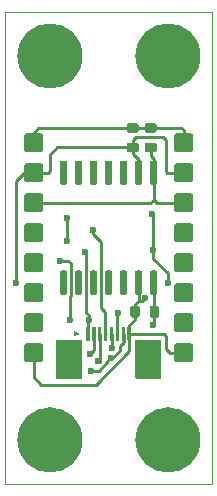
<source format=gtl>
G04 #@! TF.GenerationSoftware,KiCad,Pcbnew,(5.1.5-0-10_14)*
G04 #@! TF.CreationDate,2020-04-10T20:26:08+03:00*
G04 #@! TF.ProjectId,connector-breakout-a1,636f6e6e-6563-4746-9f72-2d627265616b,rev?*
G04 #@! TF.SameCoordinates,Original*
G04 #@! TF.FileFunction,Copper,L1,Top*
G04 #@! TF.FilePolarity,Positive*
%FSLAX46Y46*%
G04 Gerber Fmt 4.6, Leading zero omitted, Abs format (unit mm)*
G04 Created by KiCad (PCBNEW (5.1.5-0-10_14)) date 2020-04-10 20:26:08*
%MOMM*%
%LPD*%
G04 APERTURE LIST*
%ADD10C,0.010000*%
%ADD11C,0.100000*%
%ADD12C,5.500000*%
%ADD13C,0.700000*%
%ADD14C,0.600000*%
%ADD15C,0.250000*%
G04 APERTURE END LIST*
D10*
X100749999Y-110990000D02*
X83250001Y-110990000D01*
X83250001Y-110990000D02*
X83250000Y-70990000D01*
X100750001Y-70990000D02*
X100749999Y-110990000D01*
X83250000Y-70990000D02*
X100750000Y-70990000D01*
G04 #@! TA.AperFunction,ComponentPad*
D11*
G36*
X86269603Y-99080963D02*
G01*
X86289018Y-99083843D01*
X86308057Y-99088612D01*
X86326537Y-99095224D01*
X86344279Y-99103616D01*
X86361114Y-99113706D01*
X86376879Y-99125398D01*
X86391421Y-99138579D01*
X86404602Y-99153121D01*
X86416294Y-99168886D01*
X86426384Y-99185721D01*
X86434776Y-99203463D01*
X86441388Y-99221943D01*
X86446157Y-99240982D01*
X86449037Y-99260397D01*
X86450000Y-99280000D01*
X86450000Y-100480000D01*
X86449037Y-100499603D01*
X86446157Y-100519018D01*
X86441388Y-100538057D01*
X86434776Y-100556537D01*
X86426384Y-100574279D01*
X86416294Y-100591114D01*
X86404602Y-100606879D01*
X86391421Y-100621421D01*
X86376879Y-100634602D01*
X86361114Y-100646294D01*
X86344279Y-100656384D01*
X86326537Y-100664776D01*
X86308057Y-100671388D01*
X86289018Y-100676157D01*
X86269603Y-100679037D01*
X86250000Y-100680000D01*
X85050000Y-100680000D01*
X85030397Y-100679037D01*
X85010982Y-100676157D01*
X84991943Y-100671388D01*
X84973463Y-100664776D01*
X84955721Y-100656384D01*
X84938886Y-100646294D01*
X84923121Y-100634602D01*
X84908579Y-100621421D01*
X84895398Y-100606879D01*
X84883706Y-100591114D01*
X84873616Y-100574279D01*
X84865224Y-100556537D01*
X84858612Y-100538057D01*
X84853843Y-100519018D01*
X84850963Y-100499603D01*
X84850000Y-100480000D01*
X84850000Y-99280000D01*
X84850963Y-99260397D01*
X84853843Y-99240982D01*
X84858612Y-99221943D01*
X84865224Y-99203463D01*
X84873616Y-99185721D01*
X84883706Y-99168886D01*
X84895398Y-99153121D01*
X84908579Y-99138579D01*
X84923121Y-99125398D01*
X84938886Y-99113706D01*
X84955721Y-99103616D01*
X84973463Y-99095224D01*
X84991943Y-99088612D01*
X85010982Y-99083843D01*
X85030397Y-99080963D01*
X85050000Y-99080000D01*
X86250000Y-99080000D01*
X86269603Y-99080963D01*
G37*
G04 #@! TD.AperFunction*
G04 #@! TA.AperFunction,ComponentPad*
G36*
X86269603Y-96540963D02*
G01*
X86289018Y-96543843D01*
X86308057Y-96548612D01*
X86326537Y-96555224D01*
X86344279Y-96563616D01*
X86361114Y-96573706D01*
X86376879Y-96585398D01*
X86391421Y-96598579D01*
X86404602Y-96613121D01*
X86416294Y-96628886D01*
X86426384Y-96645721D01*
X86434776Y-96663463D01*
X86441388Y-96681943D01*
X86446157Y-96700982D01*
X86449037Y-96720397D01*
X86450000Y-96740000D01*
X86450000Y-97940000D01*
X86449037Y-97959603D01*
X86446157Y-97979018D01*
X86441388Y-97998057D01*
X86434776Y-98016537D01*
X86426384Y-98034279D01*
X86416294Y-98051114D01*
X86404602Y-98066879D01*
X86391421Y-98081421D01*
X86376879Y-98094602D01*
X86361114Y-98106294D01*
X86344279Y-98116384D01*
X86326537Y-98124776D01*
X86308057Y-98131388D01*
X86289018Y-98136157D01*
X86269603Y-98139037D01*
X86250000Y-98140000D01*
X85050000Y-98140000D01*
X85030397Y-98139037D01*
X85010982Y-98136157D01*
X84991943Y-98131388D01*
X84973463Y-98124776D01*
X84955721Y-98116384D01*
X84938886Y-98106294D01*
X84923121Y-98094602D01*
X84908579Y-98081421D01*
X84895398Y-98066879D01*
X84883706Y-98051114D01*
X84873616Y-98034279D01*
X84865224Y-98016537D01*
X84858612Y-97998057D01*
X84853843Y-97979018D01*
X84850963Y-97959603D01*
X84850000Y-97940000D01*
X84850000Y-96740000D01*
X84850963Y-96720397D01*
X84853843Y-96700982D01*
X84858612Y-96681943D01*
X84865224Y-96663463D01*
X84873616Y-96645721D01*
X84883706Y-96628886D01*
X84895398Y-96613121D01*
X84908579Y-96598579D01*
X84923121Y-96585398D01*
X84938886Y-96573706D01*
X84955721Y-96563616D01*
X84973463Y-96555224D01*
X84991943Y-96548612D01*
X85010982Y-96543843D01*
X85030397Y-96540963D01*
X85050000Y-96540000D01*
X86250000Y-96540000D01*
X86269603Y-96540963D01*
G37*
G04 #@! TD.AperFunction*
G04 #@! TA.AperFunction,ComponentPad*
G36*
X86269603Y-94000963D02*
G01*
X86289018Y-94003843D01*
X86308057Y-94008612D01*
X86326537Y-94015224D01*
X86344279Y-94023616D01*
X86361114Y-94033706D01*
X86376879Y-94045398D01*
X86391421Y-94058579D01*
X86404602Y-94073121D01*
X86416294Y-94088886D01*
X86426384Y-94105721D01*
X86434776Y-94123463D01*
X86441388Y-94141943D01*
X86446157Y-94160982D01*
X86449037Y-94180397D01*
X86450000Y-94200000D01*
X86450000Y-95400000D01*
X86449037Y-95419603D01*
X86446157Y-95439018D01*
X86441388Y-95458057D01*
X86434776Y-95476537D01*
X86426384Y-95494279D01*
X86416294Y-95511114D01*
X86404602Y-95526879D01*
X86391421Y-95541421D01*
X86376879Y-95554602D01*
X86361114Y-95566294D01*
X86344279Y-95576384D01*
X86326537Y-95584776D01*
X86308057Y-95591388D01*
X86289018Y-95596157D01*
X86269603Y-95599037D01*
X86250000Y-95600000D01*
X85050000Y-95600000D01*
X85030397Y-95599037D01*
X85010982Y-95596157D01*
X84991943Y-95591388D01*
X84973463Y-95584776D01*
X84955721Y-95576384D01*
X84938886Y-95566294D01*
X84923121Y-95554602D01*
X84908579Y-95541421D01*
X84895398Y-95526879D01*
X84883706Y-95511114D01*
X84873616Y-95494279D01*
X84865224Y-95476537D01*
X84858612Y-95458057D01*
X84853843Y-95439018D01*
X84850963Y-95419603D01*
X84850000Y-95400000D01*
X84850000Y-94200000D01*
X84850963Y-94180397D01*
X84853843Y-94160982D01*
X84858612Y-94141943D01*
X84865224Y-94123463D01*
X84873616Y-94105721D01*
X84883706Y-94088886D01*
X84895398Y-94073121D01*
X84908579Y-94058579D01*
X84923121Y-94045398D01*
X84938886Y-94033706D01*
X84955721Y-94023616D01*
X84973463Y-94015224D01*
X84991943Y-94008612D01*
X85010982Y-94003843D01*
X85030397Y-94000963D01*
X85050000Y-94000000D01*
X86250000Y-94000000D01*
X86269603Y-94000963D01*
G37*
G04 #@! TD.AperFunction*
G04 #@! TA.AperFunction,ComponentPad*
G36*
X86269603Y-91460963D02*
G01*
X86289018Y-91463843D01*
X86308057Y-91468612D01*
X86326537Y-91475224D01*
X86344279Y-91483616D01*
X86361114Y-91493706D01*
X86376879Y-91505398D01*
X86391421Y-91518579D01*
X86404602Y-91533121D01*
X86416294Y-91548886D01*
X86426384Y-91565721D01*
X86434776Y-91583463D01*
X86441388Y-91601943D01*
X86446157Y-91620982D01*
X86449037Y-91640397D01*
X86450000Y-91660000D01*
X86450000Y-92860000D01*
X86449037Y-92879603D01*
X86446157Y-92899018D01*
X86441388Y-92918057D01*
X86434776Y-92936537D01*
X86426384Y-92954279D01*
X86416294Y-92971114D01*
X86404602Y-92986879D01*
X86391421Y-93001421D01*
X86376879Y-93014602D01*
X86361114Y-93026294D01*
X86344279Y-93036384D01*
X86326537Y-93044776D01*
X86308057Y-93051388D01*
X86289018Y-93056157D01*
X86269603Y-93059037D01*
X86250000Y-93060000D01*
X85050000Y-93060000D01*
X85030397Y-93059037D01*
X85010982Y-93056157D01*
X84991943Y-93051388D01*
X84973463Y-93044776D01*
X84955721Y-93036384D01*
X84938886Y-93026294D01*
X84923121Y-93014602D01*
X84908579Y-93001421D01*
X84895398Y-92986879D01*
X84883706Y-92971114D01*
X84873616Y-92954279D01*
X84865224Y-92936537D01*
X84858612Y-92918057D01*
X84853843Y-92899018D01*
X84850963Y-92879603D01*
X84850000Y-92860000D01*
X84850000Y-91660000D01*
X84850963Y-91640397D01*
X84853843Y-91620982D01*
X84858612Y-91601943D01*
X84865224Y-91583463D01*
X84873616Y-91565721D01*
X84883706Y-91548886D01*
X84895398Y-91533121D01*
X84908579Y-91518579D01*
X84923121Y-91505398D01*
X84938886Y-91493706D01*
X84955721Y-91483616D01*
X84973463Y-91475224D01*
X84991943Y-91468612D01*
X85010982Y-91463843D01*
X85030397Y-91460963D01*
X85050000Y-91460000D01*
X86250000Y-91460000D01*
X86269603Y-91460963D01*
G37*
G04 #@! TD.AperFunction*
G04 #@! TA.AperFunction,ComponentPad*
G36*
X86269603Y-88920963D02*
G01*
X86289018Y-88923843D01*
X86308057Y-88928612D01*
X86326537Y-88935224D01*
X86344279Y-88943616D01*
X86361114Y-88953706D01*
X86376879Y-88965398D01*
X86391421Y-88978579D01*
X86404602Y-88993121D01*
X86416294Y-89008886D01*
X86426384Y-89025721D01*
X86434776Y-89043463D01*
X86441388Y-89061943D01*
X86446157Y-89080982D01*
X86449037Y-89100397D01*
X86450000Y-89120000D01*
X86450000Y-90320000D01*
X86449037Y-90339603D01*
X86446157Y-90359018D01*
X86441388Y-90378057D01*
X86434776Y-90396537D01*
X86426384Y-90414279D01*
X86416294Y-90431114D01*
X86404602Y-90446879D01*
X86391421Y-90461421D01*
X86376879Y-90474602D01*
X86361114Y-90486294D01*
X86344279Y-90496384D01*
X86326537Y-90504776D01*
X86308057Y-90511388D01*
X86289018Y-90516157D01*
X86269603Y-90519037D01*
X86250000Y-90520000D01*
X85050000Y-90520000D01*
X85030397Y-90519037D01*
X85010982Y-90516157D01*
X84991943Y-90511388D01*
X84973463Y-90504776D01*
X84955721Y-90496384D01*
X84938886Y-90486294D01*
X84923121Y-90474602D01*
X84908579Y-90461421D01*
X84895398Y-90446879D01*
X84883706Y-90431114D01*
X84873616Y-90414279D01*
X84865224Y-90396537D01*
X84858612Y-90378057D01*
X84853843Y-90359018D01*
X84850963Y-90339603D01*
X84850000Y-90320000D01*
X84850000Y-89120000D01*
X84850963Y-89100397D01*
X84853843Y-89080982D01*
X84858612Y-89061943D01*
X84865224Y-89043463D01*
X84873616Y-89025721D01*
X84883706Y-89008886D01*
X84895398Y-88993121D01*
X84908579Y-88978579D01*
X84923121Y-88965398D01*
X84938886Y-88953706D01*
X84955721Y-88943616D01*
X84973463Y-88935224D01*
X84991943Y-88928612D01*
X85010982Y-88923843D01*
X85030397Y-88920963D01*
X85050000Y-88920000D01*
X86250000Y-88920000D01*
X86269603Y-88920963D01*
G37*
G04 #@! TD.AperFunction*
G04 #@! TA.AperFunction,ComponentPad*
G36*
X86269603Y-86380963D02*
G01*
X86289018Y-86383843D01*
X86308057Y-86388612D01*
X86326537Y-86395224D01*
X86344279Y-86403616D01*
X86361114Y-86413706D01*
X86376879Y-86425398D01*
X86391421Y-86438579D01*
X86404602Y-86453121D01*
X86416294Y-86468886D01*
X86426384Y-86485721D01*
X86434776Y-86503463D01*
X86441388Y-86521943D01*
X86446157Y-86540982D01*
X86449037Y-86560397D01*
X86450000Y-86580000D01*
X86450000Y-87780000D01*
X86449037Y-87799603D01*
X86446157Y-87819018D01*
X86441388Y-87838057D01*
X86434776Y-87856537D01*
X86426384Y-87874279D01*
X86416294Y-87891114D01*
X86404602Y-87906879D01*
X86391421Y-87921421D01*
X86376879Y-87934602D01*
X86361114Y-87946294D01*
X86344279Y-87956384D01*
X86326537Y-87964776D01*
X86308057Y-87971388D01*
X86289018Y-87976157D01*
X86269603Y-87979037D01*
X86250000Y-87980000D01*
X85050000Y-87980000D01*
X85030397Y-87979037D01*
X85010982Y-87976157D01*
X84991943Y-87971388D01*
X84973463Y-87964776D01*
X84955721Y-87956384D01*
X84938886Y-87946294D01*
X84923121Y-87934602D01*
X84908579Y-87921421D01*
X84895398Y-87906879D01*
X84883706Y-87891114D01*
X84873616Y-87874279D01*
X84865224Y-87856537D01*
X84858612Y-87838057D01*
X84853843Y-87819018D01*
X84850963Y-87799603D01*
X84850000Y-87780000D01*
X84850000Y-86580000D01*
X84850963Y-86560397D01*
X84853843Y-86540982D01*
X84858612Y-86521943D01*
X84865224Y-86503463D01*
X84873616Y-86485721D01*
X84883706Y-86468886D01*
X84895398Y-86453121D01*
X84908579Y-86438579D01*
X84923121Y-86425398D01*
X84938886Y-86413706D01*
X84955721Y-86403616D01*
X84973463Y-86395224D01*
X84991943Y-86388612D01*
X85010982Y-86383843D01*
X85030397Y-86380963D01*
X85050000Y-86380000D01*
X86250000Y-86380000D01*
X86269603Y-86380963D01*
G37*
G04 #@! TD.AperFunction*
G04 #@! TA.AperFunction,ComponentPad*
G36*
X86269603Y-83840963D02*
G01*
X86289018Y-83843843D01*
X86308057Y-83848612D01*
X86326537Y-83855224D01*
X86344279Y-83863616D01*
X86361114Y-83873706D01*
X86376879Y-83885398D01*
X86391421Y-83898579D01*
X86404602Y-83913121D01*
X86416294Y-83928886D01*
X86426384Y-83945721D01*
X86434776Y-83963463D01*
X86441388Y-83981943D01*
X86446157Y-84000982D01*
X86449037Y-84020397D01*
X86450000Y-84040000D01*
X86450000Y-85240000D01*
X86449037Y-85259603D01*
X86446157Y-85279018D01*
X86441388Y-85298057D01*
X86434776Y-85316537D01*
X86426384Y-85334279D01*
X86416294Y-85351114D01*
X86404602Y-85366879D01*
X86391421Y-85381421D01*
X86376879Y-85394602D01*
X86361114Y-85406294D01*
X86344279Y-85416384D01*
X86326537Y-85424776D01*
X86308057Y-85431388D01*
X86289018Y-85436157D01*
X86269603Y-85439037D01*
X86250000Y-85440000D01*
X85050000Y-85440000D01*
X85030397Y-85439037D01*
X85010982Y-85436157D01*
X84991943Y-85431388D01*
X84973463Y-85424776D01*
X84955721Y-85416384D01*
X84938886Y-85406294D01*
X84923121Y-85394602D01*
X84908579Y-85381421D01*
X84895398Y-85366879D01*
X84883706Y-85351114D01*
X84873616Y-85334279D01*
X84865224Y-85316537D01*
X84858612Y-85298057D01*
X84853843Y-85279018D01*
X84850963Y-85259603D01*
X84850000Y-85240000D01*
X84850000Y-84040000D01*
X84850963Y-84020397D01*
X84853843Y-84000982D01*
X84858612Y-83981943D01*
X84865224Y-83963463D01*
X84873616Y-83945721D01*
X84883706Y-83928886D01*
X84895398Y-83913121D01*
X84908579Y-83898579D01*
X84923121Y-83885398D01*
X84938886Y-83873706D01*
X84955721Y-83863616D01*
X84973463Y-83855224D01*
X84991943Y-83848612D01*
X85010982Y-83843843D01*
X85030397Y-83840963D01*
X85050000Y-83840000D01*
X86250000Y-83840000D01*
X86269603Y-83840963D01*
G37*
G04 #@! TD.AperFunction*
G04 #@! TA.AperFunction,ComponentPad*
G36*
X86269603Y-81300963D02*
G01*
X86289018Y-81303843D01*
X86308057Y-81308612D01*
X86326537Y-81315224D01*
X86344279Y-81323616D01*
X86361114Y-81333706D01*
X86376879Y-81345398D01*
X86391421Y-81358579D01*
X86404602Y-81373121D01*
X86416294Y-81388886D01*
X86426384Y-81405721D01*
X86434776Y-81423463D01*
X86441388Y-81441943D01*
X86446157Y-81460982D01*
X86449037Y-81480397D01*
X86450000Y-81500000D01*
X86450000Y-82700000D01*
X86449037Y-82719603D01*
X86446157Y-82739018D01*
X86441388Y-82758057D01*
X86434776Y-82776537D01*
X86426384Y-82794279D01*
X86416294Y-82811114D01*
X86404602Y-82826879D01*
X86391421Y-82841421D01*
X86376879Y-82854602D01*
X86361114Y-82866294D01*
X86344279Y-82876384D01*
X86326537Y-82884776D01*
X86308057Y-82891388D01*
X86289018Y-82896157D01*
X86269603Y-82899037D01*
X86250000Y-82900000D01*
X85050000Y-82900000D01*
X85030397Y-82899037D01*
X85010982Y-82896157D01*
X84991943Y-82891388D01*
X84973463Y-82884776D01*
X84955721Y-82876384D01*
X84938886Y-82866294D01*
X84923121Y-82854602D01*
X84908579Y-82841421D01*
X84895398Y-82826879D01*
X84883706Y-82811114D01*
X84873616Y-82794279D01*
X84865224Y-82776537D01*
X84858612Y-82758057D01*
X84853843Y-82739018D01*
X84850963Y-82719603D01*
X84850000Y-82700000D01*
X84850000Y-81500000D01*
X84850963Y-81480397D01*
X84853843Y-81460982D01*
X84858612Y-81441943D01*
X84865224Y-81423463D01*
X84873616Y-81405721D01*
X84883706Y-81388886D01*
X84895398Y-81373121D01*
X84908579Y-81358579D01*
X84923121Y-81345398D01*
X84938886Y-81333706D01*
X84955721Y-81323616D01*
X84973463Y-81315224D01*
X84991943Y-81308612D01*
X85010982Y-81303843D01*
X85030397Y-81300963D01*
X85050000Y-81300000D01*
X86250000Y-81300000D01*
X86269603Y-81300963D01*
G37*
G04 #@! TD.AperFunction*
G04 #@! TA.AperFunction,ComponentPad*
G36*
X98969603Y-99080963D02*
G01*
X98989018Y-99083843D01*
X99008057Y-99088612D01*
X99026537Y-99095224D01*
X99044279Y-99103616D01*
X99061114Y-99113706D01*
X99076879Y-99125398D01*
X99091421Y-99138579D01*
X99104602Y-99153121D01*
X99116294Y-99168886D01*
X99126384Y-99185721D01*
X99134776Y-99203463D01*
X99141388Y-99221943D01*
X99146157Y-99240982D01*
X99149037Y-99260397D01*
X99150000Y-99280000D01*
X99150000Y-100480000D01*
X99149037Y-100499603D01*
X99146157Y-100519018D01*
X99141388Y-100538057D01*
X99134776Y-100556537D01*
X99126384Y-100574279D01*
X99116294Y-100591114D01*
X99104602Y-100606879D01*
X99091421Y-100621421D01*
X99076879Y-100634602D01*
X99061114Y-100646294D01*
X99044279Y-100656384D01*
X99026537Y-100664776D01*
X99008057Y-100671388D01*
X98989018Y-100676157D01*
X98969603Y-100679037D01*
X98950000Y-100680000D01*
X97750000Y-100680000D01*
X97730397Y-100679037D01*
X97710982Y-100676157D01*
X97691943Y-100671388D01*
X97673463Y-100664776D01*
X97655721Y-100656384D01*
X97638886Y-100646294D01*
X97623121Y-100634602D01*
X97608579Y-100621421D01*
X97595398Y-100606879D01*
X97583706Y-100591114D01*
X97573616Y-100574279D01*
X97565224Y-100556537D01*
X97558612Y-100538057D01*
X97553843Y-100519018D01*
X97550963Y-100499603D01*
X97550000Y-100480000D01*
X97550000Y-99280000D01*
X97550963Y-99260397D01*
X97553843Y-99240982D01*
X97558612Y-99221943D01*
X97565224Y-99203463D01*
X97573616Y-99185721D01*
X97583706Y-99168886D01*
X97595398Y-99153121D01*
X97608579Y-99138579D01*
X97623121Y-99125398D01*
X97638886Y-99113706D01*
X97655721Y-99103616D01*
X97673463Y-99095224D01*
X97691943Y-99088612D01*
X97710982Y-99083843D01*
X97730397Y-99080963D01*
X97750000Y-99080000D01*
X98950000Y-99080000D01*
X98969603Y-99080963D01*
G37*
G04 #@! TD.AperFunction*
G04 #@! TA.AperFunction,ComponentPad*
G36*
X98969603Y-96540963D02*
G01*
X98989018Y-96543843D01*
X99008057Y-96548612D01*
X99026537Y-96555224D01*
X99044279Y-96563616D01*
X99061114Y-96573706D01*
X99076879Y-96585398D01*
X99091421Y-96598579D01*
X99104602Y-96613121D01*
X99116294Y-96628886D01*
X99126384Y-96645721D01*
X99134776Y-96663463D01*
X99141388Y-96681943D01*
X99146157Y-96700982D01*
X99149037Y-96720397D01*
X99150000Y-96740000D01*
X99150000Y-97940000D01*
X99149037Y-97959603D01*
X99146157Y-97979018D01*
X99141388Y-97998057D01*
X99134776Y-98016537D01*
X99126384Y-98034279D01*
X99116294Y-98051114D01*
X99104602Y-98066879D01*
X99091421Y-98081421D01*
X99076879Y-98094602D01*
X99061114Y-98106294D01*
X99044279Y-98116384D01*
X99026537Y-98124776D01*
X99008057Y-98131388D01*
X98989018Y-98136157D01*
X98969603Y-98139037D01*
X98950000Y-98140000D01*
X97750000Y-98140000D01*
X97730397Y-98139037D01*
X97710982Y-98136157D01*
X97691943Y-98131388D01*
X97673463Y-98124776D01*
X97655721Y-98116384D01*
X97638886Y-98106294D01*
X97623121Y-98094602D01*
X97608579Y-98081421D01*
X97595398Y-98066879D01*
X97583706Y-98051114D01*
X97573616Y-98034279D01*
X97565224Y-98016537D01*
X97558612Y-97998057D01*
X97553843Y-97979018D01*
X97550963Y-97959603D01*
X97550000Y-97940000D01*
X97550000Y-96740000D01*
X97550963Y-96720397D01*
X97553843Y-96700982D01*
X97558612Y-96681943D01*
X97565224Y-96663463D01*
X97573616Y-96645721D01*
X97583706Y-96628886D01*
X97595398Y-96613121D01*
X97608579Y-96598579D01*
X97623121Y-96585398D01*
X97638886Y-96573706D01*
X97655721Y-96563616D01*
X97673463Y-96555224D01*
X97691943Y-96548612D01*
X97710982Y-96543843D01*
X97730397Y-96540963D01*
X97750000Y-96540000D01*
X98950000Y-96540000D01*
X98969603Y-96540963D01*
G37*
G04 #@! TD.AperFunction*
G04 #@! TA.AperFunction,ComponentPad*
G36*
X98969603Y-94000963D02*
G01*
X98989018Y-94003843D01*
X99008057Y-94008612D01*
X99026537Y-94015224D01*
X99044279Y-94023616D01*
X99061114Y-94033706D01*
X99076879Y-94045398D01*
X99091421Y-94058579D01*
X99104602Y-94073121D01*
X99116294Y-94088886D01*
X99126384Y-94105721D01*
X99134776Y-94123463D01*
X99141388Y-94141943D01*
X99146157Y-94160982D01*
X99149037Y-94180397D01*
X99150000Y-94200000D01*
X99150000Y-95400000D01*
X99149037Y-95419603D01*
X99146157Y-95439018D01*
X99141388Y-95458057D01*
X99134776Y-95476537D01*
X99126384Y-95494279D01*
X99116294Y-95511114D01*
X99104602Y-95526879D01*
X99091421Y-95541421D01*
X99076879Y-95554602D01*
X99061114Y-95566294D01*
X99044279Y-95576384D01*
X99026537Y-95584776D01*
X99008057Y-95591388D01*
X98989018Y-95596157D01*
X98969603Y-95599037D01*
X98950000Y-95600000D01*
X97750000Y-95600000D01*
X97730397Y-95599037D01*
X97710982Y-95596157D01*
X97691943Y-95591388D01*
X97673463Y-95584776D01*
X97655721Y-95576384D01*
X97638886Y-95566294D01*
X97623121Y-95554602D01*
X97608579Y-95541421D01*
X97595398Y-95526879D01*
X97583706Y-95511114D01*
X97573616Y-95494279D01*
X97565224Y-95476537D01*
X97558612Y-95458057D01*
X97553843Y-95439018D01*
X97550963Y-95419603D01*
X97550000Y-95400000D01*
X97550000Y-94200000D01*
X97550963Y-94180397D01*
X97553843Y-94160982D01*
X97558612Y-94141943D01*
X97565224Y-94123463D01*
X97573616Y-94105721D01*
X97583706Y-94088886D01*
X97595398Y-94073121D01*
X97608579Y-94058579D01*
X97623121Y-94045398D01*
X97638886Y-94033706D01*
X97655721Y-94023616D01*
X97673463Y-94015224D01*
X97691943Y-94008612D01*
X97710982Y-94003843D01*
X97730397Y-94000963D01*
X97750000Y-94000000D01*
X98950000Y-94000000D01*
X98969603Y-94000963D01*
G37*
G04 #@! TD.AperFunction*
G04 #@! TA.AperFunction,ComponentPad*
G36*
X98969603Y-91460963D02*
G01*
X98989018Y-91463843D01*
X99008057Y-91468612D01*
X99026537Y-91475224D01*
X99044279Y-91483616D01*
X99061114Y-91493706D01*
X99076879Y-91505398D01*
X99091421Y-91518579D01*
X99104602Y-91533121D01*
X99116294Y-91548886D01*
X99126384Y-91565721D01*
X99134776Y-91583463D01*
X99141388Y-91601943D01*
X99146157Y-91620982D01*
X99149037Y-91640397D01*
X99150000Y-91660000D01*
X99150000Y-92860000D01*
X99149037Y-92879603D01*
X99146157Y-92899018D01*
X99141388Y-92918057D01*
X99134776Y-92936537D01*
X99126384Y-92954279D01*
X99116294Y-92971114D01*
X99104602Y-92986879D01*
X99091421Y-93001421D01*
X99076879Y-93014602D01*
X99061114Y-93026294D01*
X99044279Y-93036384D01*
X99026537Y-93044776D01*
X99008057Y-93051388D01*
X98989018Y-93056157D01*
X98969603Y-93059037D01*
X98950000Y-93060000D01*
X97750000Y-93060000D01*
X97730397Y-93059037D01*
X97710982Y-93056157D01*
X97691943Y-93051388D01*
X97673463Y-93044776D01*
X97655721Y-93036384D01*
X97638886Y-93026294D01*
X97623121Y-93014602D01*
X97608579Y-93001421D01*
X97595398Y-92986879D01*
X97583706Y-92971114D01*
X97573616Y-92954279D01*
X97565224Y-92936537D01*
X97558612Y-92918057D01*
X97553843Y-92899018D01*
X97550963Y-92879603D01*
X97550000Y-92860000D01*
X97550000Y-91660000D01*
X97550963Y-91640397D01*
X97553843Y-91620982D01*
X97558612Y-91601943D01*
X97565224Y-91583463D01*
X97573616Y-91565721D01*
X97583706Y-91548886D01*
X97595398Y-91533121D01*
X97608579Y-91518579D01*
X97623121Y-91505398D01*
X97638886Y-91493706D01*
X97655721Y-91483616D01*
X97673463Y-91475224D01*
X97691943Y-91468612D01*
X97710982Y-91463843D01*
X97730397Y-91460963D01*
X97750000Y-91460000D01*
X98950000Y-91460000D01*
X98969603Y-91460963D01*
G37*
G04 #@! TD.AperFunction*
G04 #@! TA.AperFunction,ComponentPad*
G36*
X98969603Y-88920963D02*
G01*
X98989018Y-88923843D01*
X99008057Y-88928612D01*
X99026537Y-88935224D01*
X99044279Y-88943616D01*
X99061114Y-88953706D01*
X99076879Y-88965398D01*
X99091421Y-88978579D01*
X99104602Y-88993121D01*
X99116294Y-89008886D01*
X99126384Y-89025721D01*
X99134776Y-89043463D01*
X99141388Y-89061943D01*
X99146157Y-89080982D01*
X99149037Y-89100397D01*
X99150000Y-89120000D01*
X99150000Y-90320000D01*
X99149037Y-90339603D01*
X99146157Y-90359018D01*
X99141388Y-90378057D01*
X99134776Y-90396537D01*
X99126384Y-90414279D01*
X99116294Y-90431114D01*
X99104602Y-90446879D01*
X99091421Y-90461421D01*
X99076879Y-90474602D01*
X99061114Y-90486294D01*
X99044279Y-90496384D01*
X99026537Y-90504776D01*
X99008057Y-90511388D01*
X98989018Y-90516157D01*
X98969603Y-90519037D01*
X98950000Y-90520000D01*
X97750000Y-90520000D01*
X97730397Y-90519037D01*
X97710982Y-90516157D01*
X97691943Y-90511388D01*
X97673463Y-90504776D01*
X97655721Y-90496384D01*
X97638886Y-90486294D01*
X97623121Y-90474602D01*
X97608579Y-90461421D01*
X97595398Y-90446879D01*
X97583706Y-90431114D01*
X97573616Y-90414279D01*
X97565224Y-90396537D01*
X97558612Y-90378057D01*
X97553843Y-90359018D01*
X97550963Y-90339603D01*
X97550000Y-90320000D01*
X97550000Y-89120000D01*
X97550963Y-89100397D01*
X97553843Y-89080982D01*
X97558612Y-89061943D01*
X97565224Y-89043463D01*
X97573616Y-89025721D01*
X97583706Y-89008886D01*
X97595398Y-88993121D01*
X97608579Y-88978579D01*
X97623121Y-88965398D01*
X97638886Y-88953706D01*
X97655721Y-88943616D01*
X97673463Y-88935224D01*
X97691943Y-88928612D01*
X97710982Y-88923843D01*
X97730397Y-88920963D01*
X97750000Y-88920000D01*
X98950000Y-88920000D01*
X98969603Y-88920963D01*
G37*
G04 #@! TD.AperFunction*
G04 #@! TA.AperFunction,ComponentPad*
G36*
X98969603Y-86380963D02*
G01*
X98989018Y-86383843D01*
X99008057Y-86388612D01*
X99026537Y-86395224D01*
X99044279Y-86403616D01*
X99061114Y-86413706D01*
X99076879Y-86425398D01*
X99091421Y-86438579D01*
X99104602Y-86453121D01*
X99116294Y-86468886D01*
X99126384Y-86485721D01*
X99134776Y-86503463D01*
X99141388Y-86521943D01*
X99146157Y-86540982D01*
X99149037Y-86560397D01*
X99150000Y-86580000D01*
X99150000Y-87780000D01*
X99149037Y-87799603D01*
X99146157Y-87819018D01*
X99141388Y-87838057D01*
X99134776Y-87856537D01*
X99126384Y-87874279D01*
X99116294Y-87891114D01*
X99104602Y-87906879D01*
X99091421Y-87921421D01*
X99076879Y-87934602D01*
X99061114Y-87946294D01*
X99044279Y-87956384D01*
X99026537Y-87964776D01*
X99008057Y-87971388D01*
X98989018Y-87976157D01*
X98969603Y-87979037D01*
X98950000Y-87980000D01*
X97750000Y-87980000D01*
X97730397Y-87979037D01*
X97710982Y-87976157D01*
X97691943Y-87971388D01*
X97673463Y-87964776D01*
X97655721Y-87956384D01*
X97638886Y-87946294D01*
X97623121Y-87934602D01*
X97608579Y-87921421D01*
X97595398Y-87906879D01*
X97583706Y-87891114D01*
X97573616Y-87874279D01*
X97565224Y-87856537D01*
X97558612Y-87838057D01*
X97553843Y-87819018D01*
X97550963Y-87799603D01*
X97550000Y-87780000D01*
X97550000Y-86580000D01*
X97550963Y-86560397D01*
X97553843Y-86540982D01*
X97558612Y-86521943D01*
X97565224Y-86503463D01*
X97573616Y-86485721D01*
X97583706Y-86468886D01*
X97595398Y-86453121D01*
X97608579Y-86438579D01*
X97623121Y-86425398D01*
X97638886Y-86413706D01*
X97655721Y-86403616D01*
X97673463Y-86395224D01*
X97691943Y-86388612D01*
X97710982Y-86383843D01*
X97730397Y-86380963D01*
X97750000Y-86380000D01*
X98950000Y-86380000D01*
X98969603Y-86380963D01*
G37*
G04 #@! TD.AperFunction*
G04 #@! TA.AperFunction,ComponentPad*
G36*
X98969603Y-83840963D02*
G01*
X98989018Y-83843843D01*
X99008057Y-83848612D01*
X99026537Y-83855224D01*
X99044279Y-83863616D01*
X99061114Y-83873706D01*
X99076879Y-83885398D01*
X99091421Y-83898579D01*
X99104602Y-83913121D01*
X99116294Y-83928886D01*
X99126384Y-83945721D01*
X99134776Y-83963463D01*
X99141388Y-83981943D01*
X99146157Y-84000982D01*
X99149037Y-84020397D01*
X99150000Y-84040000D01*
X99150000Y-85240000D01*
X99149037Y-85259603D01*
X99146157Y-85279018D01*
X99141388Y-85298057D01*
X99134776Y-85316537D01*
X99126384Y-85334279D01*
X99116294Y-85351114D01*
X99104602Y-85366879D01*
X99091421Y-85381421D01*
X99076879Y-85394602D01*
X99061114Y-85406294D01*
X99044279Y-85416384D01*
X99026537Y-85424776D01*
X99008057Y-85431388D01*
X98989018Y-85436157D01*
X98969603Y-85439037D01*
X98950000Y-85440000D01*
X97750000Y-85440000D01*
X97730397Y-85439037D01*
X97710982Y-85436157D01*
X97691943Y-85431388D01*
X97673463Y-85424776D01*
X97655721Y-85416384D01*
X97638886Y-85406294D01*
X97623121Y-85394602D01*
X97608579Y-85381421D01*
X97595398Y-85366879D01*
X97583706Y-85351114D01*
X97573616Y-85334279D01*
X97565224Y-85316537D01*
X97558612Y-85298057D01*
X97553843Y-85279018D01*
X97550963Y-85259603D01*
X97550000Y-85240000D01*
X97550000Y-84040000D01*
X97550963Y-84020397D01*
X97553843Y-84000982D01*
X97558612Y-83981943D01*
X97565224Y-83963463D01*
X97573616Y-83945721D01*
X97583706Y-83928886D01*
X97595398Y-83913121D01*
X97608579Y-83898579D01*
X97623121Y-83885398D01*
X97638886Y-83873706D01*
X97655721Y-83863616D01*
X97673463Y-83855224D01*
X97691943Y-83848612D01*
X97710982Y-83843843D01*
X97730397Y-83840963D01*
X97750000Y-83840000D01*
X98950000Y-83840000D01*
X98969603Y-83840963D01*
G37*
G04 #@! TD.AperFunction*
G04 #@! TA.AperFunction,ComponentPad*
G36*
X98969603Y-81300963D02*
G01*
X98989018Y-81303843D01*
X99008057Y-81308612D01*
X99026537Y-81315224D01*
X99044279Y-81323616D01*
X99061114Y-81333706D01*
X99076879Y-81345398D01*
X99091421Y-81358579D01*
X99104602Y-81373121D01*
X99116294Y-81388886D01*
X99126384Y-81405721D01*
X99134776Y-81423463D01*
X99141388Y-81441943D01*
X99146157Y-81460982D01*
X99149037Y-81480397D01*
X99150000Y-81500000D01*
X99150000Y-82700000D01*
X99149037Y-82719603D01*
X99146157Y-82739018D01*
X99141388Y-82758057D01*
X99134776Y-82776537D01*
X99126384Y-82794279D01*
X99116294Y-82811114D01*
X99104602Y-82826879D01*
X99091421Y-82841421D01*
X99076879Y-82854602D01*
X99061114Y-82866294D01*
X99044279Y-82876384D01*
X99026537Y-82884776D01*
X99008057Y-82891388D01*
X98989018Y-82896157D01*
X98969603Y-82899037D01*
X98950000Y-82900000D01*
X97750000Y-82900000D01*
X97730397Y-82899037D01*
X97710982Y-82896157D01*
X97691943Y-82891388D01*
X97673463Y-82884776D01*
X97655721Y-82876384D01*
X97638886Y-82866294D01*
X97623121Y-82854602D01*
X97608579Y-82841421D01*
X97595398Y-82826879D01*
X97583706Y-82811114D01*
X97573616Y-82794279D01*
X97565224Y-82776537D01*
X97558612Y-82758057D01*
X97553843Y-82739018D01*
X97550963Y-82719603D01*
X97550000Y-82700000D01*
X97550000Y-81500000D01*
X97550963Y-81480397D01*
X97553843Y-81460982D01*
X97558612Y-81441943D01*
X97565224Y-81423463D01*
X97573616Y-81405721D01*
X97583706Y-81388886D01*
X97595398Y-81373121D01*
X97608579Y-81358579D01*
X97623121Y-81345398D01*
X97638886Y-81333706D01*
X97655721Y-81323616D01*
X97673463Y-81315224D01*
X97691943Y-81308612D01*
X97710982Y-81303843D01*
X97730397Y-81300963D01*
X97750000Y-81300000D01*
X98950000Y-81300000D01*
X98969603Y-81300963D01*
G37*
G04 #@! TD.AperFunction*
D12*
X97000000Y-107240000D03*
D13*
X99400000Y-107240000D03*
X98697056Y-108937056D03*
X97000000Y-109640000D03*
X95302944Y-108937056D03*
X94600000Y-107240000D03*
X95302944Y-105542944D03*
X97000000Y-104840000D03*
X98697056Y-105542944D03*
D12*
X87000000Y-107240000D03*
D13*
X89400000Y-107240000D03*
X88697056Y-108937056D03*
X87000000Y-109640000D03*
X85302944Y-108937056D03*
X84600000Y-107240000D03*
X85302944Y-105542944D03*
X87000000Y-104840000D03*
X88697056Y-105542944D03*
D12*
X97000000Y-74740000D03*
D13*
X99400000Y-74740000D03*
X98697056Y-76437056D03*
X97000000Y-77140000D03*
X95302944Y-76437056D03*
X94600000Y-74740000D03*
X95302944Y-73042944D03*
X97000000Y-72340000D03*
X98697056Y-73042944D03*
D12*
X87000000Y-74740000D03*
D13*
X89400000Y-74740000D03*
X88697056Y-76437056D03*
X87000000Y-77140000D03*
X85302944Y-76437056D03*
X84600000Y-74740000D03*
X85302944Y-73042944D03*
X87000000Y-72340000D03*
X88697056Y-73042944D03*
G04 #@! TA.AperFunction,SMDPad,CuDef*
D11*
G36*
X96077579Y-95880963D02*
G01*
X96096996Y-95883843D01*
X96116038Y-95888613D01*
X96134520Y-95895226D01*
X96152265Y-95903619D01*
X96169102Y-95913711D01*
X96184869Y-95925404D01*
X96199413Y-95938587D01*
X96212596Y-95953131D01*
X96224289Y-95968898D01*
X96234381Y-95985735D01*
X96242774Y-96003480D01*
X96249387Y-96021962D01*
X96254157Y-96041004D01*
X96257037Y-96060421D01*
X96258000Y-96080027D01*
X96258000Y-96699973D01*
X96257037Y-96719579D01*
X96254157Y-96738996D01*
X96249387Y-96758038D01*
X96242774Y-96776520D01*
X96234381Y-96794265D01*
X96224289Y-96811102D01*
X96212596Y-96826869D01*
X96199413Y-96841413D01*
X96184869Y-96854596D01*
X96169102Y-96866289D01*
X96152265Y-96876381D01*
X96134520Y-96884774D01*
X96116038Y-96891387D01*
X96096996Y-96896157D01*
X96077579Y-96899037D01*
X96057973Y-96900000D01*
X95668027Y-96900000D01*
X95648421Y-96899037D01*
X95629004Y-96896157D01*
X95609962Y-96891387D01*
X95591480Y-96884774D01*
X95573735Y-96876381D01*
X95556898Y-96866289D01*
X95541131Y-96854596D01*
X95526587Y-96841413D01*
X95513404Y-96826869D01*
X95501711Y-96811102D01*
X95491619Y-96794265D01*
X95483226Y-96776520D01*
X95476613Y-96758038D01*
X95471843Y-96738996D01*
X95468963Y-96719579D01*
X95468000Y-96699973D01*
X95468000Y-96080027D01*
X95468963Y-96060421D01*
X95471843Y-96041004D01*
X95476613Y-96021962D01*
X95483226Y-96003480D01*
X95491619Y-95985735D01*
X95501711Y-95968898D01*
X95513404Y-95953131D01*
X95526587Y-95938587D01*
X95541131Y-95925404D01*
X95556898Y-95913711D01*
X95573735Y-95903619D01*
X95591480Y-95895226D01*
X95609962Y-95888613D01*
X95629004Y-95883843D01*
X95648421Y-95880963D01*
X95668027Y-95880000D01*
X96057973Y-95880000D01*
X96077579Y-95880963D01*
G37*
G04 #@! TD.AperFunction*
G04 #@! TA.AperFunction,SMDPad,CuDef*
G36*
X94447579Y-95880963D02*
G01*
X94466996Y-95883843D01*
X94486038Y-95888613D01*
X94504520Y-95895226D01*
X94522265Y-95903619D01*
X94539102Y-95913711D01*
X94554869Y-95925404D01*
X94569413Y-95938587D01*
X94582596Y-95953131D01*
X94594289Y-95968898D01*
X94604381Y-95985735D01*
X94612774Y-96003480D01*
X94619387Y-96021962D01*
X94624157Y-96041004D01*
X94627037Y-96060421D01*
X94628000Y-96080027D01*
X94628000Y-96699973D01*
X94627037Y-96719579D01*
X94624157Y-96738996D01*
X94619387Y-96758038D01*
X94612774Y-96776520D01*
X94604381Y-96794265D01*
X94594289Y-96811102D01*
X94582596Y-96826869D01*
X94569413Y-96841413D01*
X94554869Y-96854596D01*
X94539102Y-96866289D01*
X94522265Y-96876381D01*
X94504520Y-96884774D01*
X94486038Y-96891387D01*
X94466996Y-96896157D01*
X94447579Y-96899037D01*
X94427973Y-96900000D01*
X94038027Y-96900000D01*
X94018421Y-96899037D01*
X93999004Y-96896157D01*
X93979962Y-96891387D01*
X93961480Y-96884774D01*
X93943735Y-96876381D01*
X93926898Y-96866289D01*
X93911131Y-96854596D01*
X93896587Y-96841413D01*
X93883404Y-96826869D01*
X93871711Y-96811102D01*
X93861619Y-96794265D01*
X93853226Y-96776520D01*
X93846613Y-96758038D01*
X93841843Y-96738996D01*
X93838963Y-96719579D01*
X93838000Y-96699973D01*
X93838000Y-96080027D01*
X93838963Y-96060421D01*
X93841843Y-96041004D01*
X93846613Y-96021962D01*
X93853226Y-96003480D01*
X93861619Y-95985735D01*
X93871711Y-95968898D01*
X93883404Y-95953131D01*
X93896587Y-95938587D01*
X93911131Y-95925404D01*
X93926898Y-95913711D01*
X93943735Y-95903619D01*
X93961480Y-95895226D01*
X93979962Y-95888613D01*
X93999004Y-95883843D01*
X94018421Y-95880963D01*
X94038027Y-95880000D01*
X94427973Y-95880000D01*
X94447579Y-95880963D01*
G37*
G04 #@! TD.AperFunction*
G04 #@! TA.AperFunction,SMDPad,CuDef*
G36*
X94361579Y-80448963D02*
G01*
X94380996Y-80451843D01*
X94400038Y-80456613D01*
X94418520Y-80463226D01*
X94436265Y-80471619D01*
X94453102Y-80481711D01*
X94468869Y-80493404D01*
X94483413Y-80506587D01*
X94496596Y-80521131D01*
X94508289Y-80536898D01*
X94518381Y-80553735D01*
X94526774Y-80571480D01*
X94533387Y-80589962D01*
X94538157Y-80609004D01*
X94541037Y-80628421D01*
X94542000Y-80648027D01*
X94542000Y-81037973D01*
X94541037Y-81057579D01*
X94538157Y-81076996D01*
X94533387Y-81096038D01*
X94526774Y-81114520D01*
X94518381Y-81132265D01*
X94508289Y-81149102D01*
X94496596Y-81164869D01*
X94483413Y-81179413D01*
X94468869Y-81192596D01*
X94453102Y-81204289D01*
X94436265Y-81214381D01*
X94418520Y-81222774D01*
X94400038Y-81229387D01*
X94380996Y-81234157D01*
X94361579Y-81237037D01*
X94341973Y-81238000D01*
X93722027Y-81238000D01*
X93702421Y-81237037D01*
X93683004Y-81234157D01*
X93663962Y-81229387D01*
X93645480Y-81222774D01*
X93627735Y-81214381D01*
X93610898Y-81204289D01*
X93595131Y-81192596D01*
X93580587Y-81179413D01*
X93567404Y-81164869D01*
X93555711Y-81149102D01*
X93545619Y-81132265D01*
X93537226Y-81114520D01*
X93530613Y-81096038D01*
X93525843Y-81076996D01*
X93522963Y-81057579D01*
X93522000Y-81037973D01*
X93522000Y-80648027D01*
X93522963Y-80628421D01*
X93525843Y-80609004D01*
X93530613Y-80589962D01*
X93537226Y-80571480D01*
X93545619Y-80553735D01*
X93555711Y-80536898D01*
X93567404Y-80521131D01*
X93580587Y-80506587D01*
X93595131Y-80493404D01*
X93610898Y-80481711D01*
X93627735Y-80471619D01*
X93645480Y-80463226D01*
X93663962Y-80456613D01*
X93683004Y-80451843D01*
X93702421Y-80448963D01*
X93722027Y-80448000D01*
X94341973Y-80448000D01*
X94361579Y-80448963D01*
G37*
G04 #@! TD.AperFunction*
G04 #@! TA.AperFunction,SMDPad,CuDef*
G36*
X94361579Y-82078963D02*
G01*
X94380996Y-82081843D01*
X94400038Y-82086613D01*
X94418520Y-82093226D01*
X94436265Y-82101619D01*
X94453102Y-82111711D01*
X94468869Y-82123404D01*
X94483413Y-82136587D01*
X94496596Y-82151131D01*
X94508289Y-82166898D01*
X94518381Y-82183735D01*
X94526774Y-82201480D01*
X94533387Y-82219962D01*
X94538157Y-82239004D01*
X94541037Y-82258421D01*
X94542000Y-82278027D01*
X94542000Y-82667973D01*
X94541037Y-82687579D01*
X94538157Y-82706996D01*
X94533387Y-82726038D01*
X94526774Y-82744520D01*
X94518381Y-82762265D01*
X94508289Y-82779102D01*
X94496596Y-82794869D01*
X94483413Y-82809413D01*
X94468869Y-82822596D01*
X94453102Y-82834289D01*
X94436265Y-82844381D01*
X94418520Y-82852774D01*
X94400038Y-82859387D01*
X94380996Y-82864157D01*
X94361579Y-82867037D01*
X94341973Y-82868000D01*
X93722027Y-82868000D01*
X93702421Y-82867037D01*
X93683004Y-82864157D01*
X93663962Y-82859387D01*
X93645480Y-82852774D01*
X93627735Y-82844381D01*
X93610898Y-82834289D01*
X93595131Y-82822596D01*
X93580587Y-82809413D01*
X93567404Y-82794869D01*
X93555711Y-82779102D01*
X93545619Y-82762265D01*
X93537226Y-82744520D01*
X93530613Y-82726038D01*
X93525843Y-82706996D01*
X93522963Y-82687579D01*
X93522000Y-82667973D01*
X93522000Y-82278027D01*
X93522963Y-82258421D01*
X93525843Y-82239004D01*
X93530613Y-82219962D01*
X93537226Y-82201480D01*
X93545619Y-82183735D01*
X93555711Y-82166898D01*
X93567404Y-82151131D01*
X93580587Y-82136587D01*
X93595131Y-82123404D01*
X93610898Y-82111711D01*
X93627735Y-82101619D01*
X93645480Y-82093226D01*
X93663962Y-82086613D01*
X93683004Y-82081843D01*
X93702421Y-82078963D01*
X93722027Y-82078000D01*
X94341973Y-82078000D01*
X94361579Y-82078963D01*
G37*
G04 #@! TD.AperFunction*
G04 #@! TA.AperFunction,SMDPad,CuDef*
G36*
X95885579Y-82078963D02*
G01*
X95904996Y-82081843D01*
X95924038Y-82086613D01*
X95942520Y-82093226D01*
X95960265Y-82101619D01*
X95977102Y-82111711D01*
X95992869Y-82123404D01*
X96007413Y-82136587D01*
X96020596Y-82151131D01*
X96032289Y-82166898D01*
X96042381Y-82183735D01*
X96050774Y-82201480D01*
X96057387Y-82219962D01*
X96062157Y-82239004D01*
X96065037Y-82258421D01*
X96066000Y-82278027D01*
X96066000Y-82667973D01*
X96065037Y-82687579D01*
X96062157Y-82706996D01*
X96057387Y-82726038D01*
X96050774Y-82744520D01*
X96042381Y-82762265D01*
X96032289Y-82779102D01*
X96020596Y-82794869D01*
X96007413Y-82809413D01*
X95992869Y-82822596D01*
X95977102Y-82834289D01*
X95960265Y-82844381D01*
X95942520Y-82852774D01*
X95924038Y-82859387D01*
X95904996Y-82864157D01*
X95885579Y-82867037D01*
X95865973Y-82868000D01*
X95246027Y-82868000D01*
X95226421Y-82867037D01*
X95207004Y-82864157D01*
X95187962Y-82859387D01*
X95169480Y-82852774D01*
X95151735Y-82844381D01*
X95134898Y-82834289D01*
X95119131Y-82822596D01*
X95104587Y-82809413D01*
X95091404Y-82794869D01*
X95079711Y-82779102D01*
X95069619Y-82762265D01*
X95061226Y-82744520D01*
X95054613Y-82726038D01*
X95049843Y-82706996D01*
X95046963Y-82687579D01*
X95046000Y-82667973D01*
X95046000Y-82278027D01*
X95046963Y-82258421D01*
X95049843Y-82239004D01*
X95054613Y-82219962D01*
X95061226Y-82201480D01*
X95069619Y-82183735D01*
X95079711Y-82166898D01*
X95091404Y-82151131D01*
X95104587Y-82136587D01*
X95119131Y-82123404D01*
X95134898Y-82111711D01*
X95151735Y-82101619D01*
X95169480Y-82093226D01*
X95187962Y-82086613D01*
X95207004Y-82081843D01*
X95226421Y-82078963D01*
X95246027Y-82078000D01*
X95865973Y-82078000D01*
X95885579Y-82078963D01*
G37*
G04 #@! TD.AperFunction*
G04 #@! TA.AperFunction,SMDPad,CuDef*
G36*
X95885579Y-80448963D02*
G01*
X95904996Y-80451843D01*
X95924038Y-80456613D01*
X95942520Y-80463226D01*
X95960265Y-80471619D01*
X95977102Y-80481711D01*
X95992869Y-80493404D01*
X96007413Y-80506587D01*
X96020596Y-80521131D01*
X96032289Y-80536898D01*
X96042381Y-80553735D01*
X96050774Y-80571480D01*
X96057387Y-80589962D01*
X96062157Y-80609004D01*
X96065037Y-80628421D01*
X96066000Y-80648027D01*
X96066000Y-81037973D01*
X96065037Y-81057579D01*
X96062157Y-81076996D01*
X96057387Y-81096038D01*
X96050774Y-81114520D01*
X96042381Y-81132265D01*
X96032289Y-81149102D01*
X96020596Y-81164869D01*
X96007413Y-81179413D01*
X95992869Y-81192596D01*
X95977102Y-81204289D01*
X95960265Y-81214381D01*
X95942520Y-81222774D01*
X95924038Y-81229387D01*
X95904996Y-81234157D01*
X95885579Y-81237037D01*
X95865973Y-81238000D01*
X95246027Y-81238000D01*
X95226421Y-81237037D01*
X95207004Y-81234157D01*
X95187962Y-81229387D01*
X95169480Y-81222774D01*
X95151735Y-81214381D01*
X95134898Y-81204289D01*
X95119131Y-81192596D01*
X95104587Y-81179413D01*
X95091404Y-81164869D01*
X95079711Y-81149102D01*
X95069619Y-81132265D01*
X95061226Y-81114520D01*
X95054613Y-81096038D01*
X95049843Y-81076996D01*
X95046963Y-81057579D01*
X95046000Y-81037973D01*
X95046000Y-80648027D01*
X95046963Y-80628421D01*
X95049843Y-80609004D01*
X95054613Y-80589962D01*
X95061226Y-80571480D01*
X95069619Y-80553735D01*
X95079711Y-80536898D01*
X95091404Y-80521131D01*
X95104587Y-80506587D01*
X95119131Y-80493404D01*
X95134898Y-80481711D01*
X95151735Y-80471619D01*
X95169480Y-80463226D01*
X95187962Y-80456613D01*
X95207004Y-80451843D01*
X95226421Y-80448963D01*
X95246027Y-80448000D01*
X95865973Y-80448000D01*
X95885579Y-80448963D01*
G37*
G04 #@! TD.AperFunction*
G04 #@! TA.AperFunction,SMDPad,CuDef*
G36*
X88354703Y-92903722D02*
G01*
X88369264Y-92905882D01*
X88383543Y-92909459D01*
X88397403Y-92914418D01*
X88410710Y-92920712D01*
X88423336Y-92928280D01*
X88435159Y-92937048D01*
X88446066Y-92946934D01*
X88455952Y-92957841D01*
X88464720Y-92969664D01*
X88472288Y-92982290D01*
X88478582Y-92995597D01*
X88483541Y-93009457D01*
X88487118Y-93023736D01*
X88489278Y-93038297D01*
X88490000Y-93053000D01*
X88490000Y-94803000D01*
X88489278Y-94817703D01*
X88487118Y-94832264D01*
X88483541Y-94846543D01*
X88478582Y-94860403D01*
X88472288Y-94873710D01*
X88464720Y-94886336D01*
X88455952Y-94898159D01*
X88446066Y-94909066D01*
X88435159Y-94918952D01*
X88423336Y-94927720D01*
X88410710Y-94935288D01*
X88397403Y-94941582D01*
X88383543Y-94946541D01*
X88369264Y-94950118D01*
X88354703Y-94952278D01*
X88340000Y-94953000D01*
X88040000Y-94953000D01*
X88025297Y-94952278D01*
X88010736Y-94950118D01*
X87996457Y-94946541D01*
X87982597Y-94941582D01*
X87969290Y-94935288D01*
X87956664Y-94927720D01*
X87944841Y-94918952D01*
X87933934Y-94909066D01*
X87924048Y-94898159D01*
X87915280Y-94886336D01*
X87907712Y-94873710D01*
X87901418Y-94860403D01*
X87896459Y-94846543D01*
X87892882Y-94832264D01*
X87890722Y-94817703D01*
X87890000Y-94803000D01*
X87890000Y-93053000D01*
X87890722Y-93038297D01*
X87892882Y-93023736D01*
X87896459Y-93009457D01*
X87901418Y-92995597D01*
X87907712Y-92982290D01*
X87915280Y-92969664D01*
X87924048Y-92957841D01*
X87933934Y-92946934D01*
X87944841Y-92937048D01*
X87956664Y-92928280D01*
X87969290Y-92920712D01*
X87982597Y-92914418D01*
X87996457Y-92909459D01*
X88010736Y-92905882D01*
X88025297Y-92903722D01*
X88040000Y-92903000D01*
X88340000Y-92903000D01*
X88354703Y-92903722D01*
G37*
G04 #@! TD.AperFunction*
G04 #@! TA.AperFunction,SMDPad,CuDef*
G36*
X89624703Y-92903722D02*
G01*
X89639264Y-92905882D01*
X89653543Y-92909459D01*
X89667403Y-92914418D01*
X89680710Y-92920712D01*
X89693336Y-92928280D01*
X89705159Y-92937048D01*
X89716066Y-92946934D01*
X89725952Y-92957841D01*
X89734720Y-92969664D01*
X89742288Y-92982290D01*
X89748582Y-92995597D01*
X89753541Y-93009457D01*
X89757118Y-93023736D01*
X89759278Y-93038297D01*
X89760000Y-93053000D01*
X89760000Y-94803000D01*
X89759278Y-94817703D01*
X89757118Y-94832264D01*
X89753541Y-94846543D01*
X89748582Y-94860403D01*
X89742288Y-94873710D01*
X89734720Y-94886336D01*
X89725952Y-94898159D01*
X89716066Y-94909066D01*
X89705159Y-94918952D01*
X89693336Y-94927720D01*
X89680710Y-94935288D01*
X89667403Y-94941582D01*
X89653543Y-94946541D01*
X89639264Y-94950118D01*
X89624703Y-94952278D01*
X89610000Y-94953000D01*
X89310000Y-94953000D01*
X89295297Y-94952278D01*
X89280736Y-94950118D01*
X89266457Y-94946541D01*
X89252597Y-94941582D01*
X89239290Y-94935288D01*
X89226664Y-94927720D01*
X89214841Y-94918952D01*
X89203934Y-94909066D01*
X89194048Y-94898159D01*
X89185280Y-94886336D01*
X89177712Y-94873710D01*
X89171418Y-94860403D01*
X89166459Y-94846543D01*
X89162882Y-94832264D01*
X89160722Y-94817703D01*
X89160000Y-94803000D01*
X89160000Y-93053000D01*
X89160722Y-93038297D01*
X89162882Y-93023736D01*
X89166459Y-93009457D01*
X89171418Y-92995597D01*
X89177712Y-92982290D01*
X89185280Y-92969664D01*
X89194048Y-92957841D01*
X89203934Y-92946934D01*
X89214841Y-92937048D01*
X89226664Y-92928280D01*
X89239290Y-92920712D01*
X89252597Y-92914418D01*
X89266457Y-92909459D01*
X89280736Y-92905882D01*
X89295297Y-92903722D01*
X89310000Y-92903000D01*
X89610000Y-92903000D01*
X89624703Y-92903722D01*
G37*
G04 #@! TD.AperFunction*
G04 #@! TA.AperFunction,SMDPad,CuDef*
G36*
X90894703Y-92903722D02*
G01*
X90909264Y-92905882D01*
X90923543Y-92909459D01*
X90937403Y-92914418D01*
X90950710Y-92920712D01*
X90963336Y-92928280D01*
X90975159Y-92937048D01*
X90986066Y-92946934D01*
X90995952Y-92957841D01*
X91004720Y-92969664D01*
X91012288Y-92982290D01*
X91018582Y-92995597D01*
X91023541Y-93009457D01*
X91027118Y-93023736D01*
X91029278Y-93038297D01*
X91030000Y-93053000D01*
X91030000Y-94803000D01*
X91029278Y-94817703D01*
X91027118Y-94832264D01*
X91023541Y-94846543D01*
X91018582Y-94860403D01*
X91012288Y-94873710D01*
X91004720Y-94886336D01*
X90995952Y-94898159D01*
X90986066Y-94909066D01*
X90975159Y-94918952D01*
X90963336Y-94927720D01*
X90950710Y-94935288D01*
X90937403Y-94941582D01*
X90923543Y-94946541D01*
X90909264Y-94950118D01*
X90894703Y-94952278D01*
X90880000Y-94953000D01*
X90580000Y-94953000D01*
X90565297Y-94952278D01*
X90550736Y-94950118D01*
X90536457Y-94946541D01*
X90522597Y-94941582D01*
X90509290Y-94935288D01*
X90496664Y-94927720D01*
X90484841Y-94918952D01*
X90473934Y-94909066D01*
X90464048Y-94898159D01*
X90455280Y-94886336D01*
X90447712Y-94873710D01*
X90441418Y-94860403D01*
X90436459Y-94846543D01*
X90432882Y-94832264D01*
X90430722Y-94817703D01*
X90430000Y-94803000D01*
X90430000Y-93053000D01*
X90430722Y-93038297D01*
X90432882Y-93023736D01*
X90436459Y-93009457D01*
X90441418Y-92995597D01*
X90447712Y-92982290D01*
X90455280Y-92969664D01*
X90464048Y-92957841D01*
X90473934Y-92946934D01*
X90484841Y-92937048D01*
X90496664Y-92928280D01*
X90509290Y-92920712D01*
X90522597Y-92914418D01*
X90536457Y-92909459D01*
X90550736Y-92905882D01*
X90565297Y-92903722D01*
X90580000Y-92903000D01*
X90880000Y-92903000D01*
X90894703Y-92903722D01*
G37*
G04 #@! TD.AperFunction*
G04 #@! TA.AperFunction,SMDPad,CuDef*
G36*
X92164703Y-92903722D02*
G01*
X92179264Y-92905882D01*
X92193543Y-92909459D01*
X92207403Y-92914418D01*
X92220710Y-92920712D01*
X92233336Y-92928280D01*
X92245159Y-92937048D01*
X92256066Y-92946934D01*
X92265952Y-92957841D01*
X92274720Y-92969664D01*
X92282288Y-92982290D01*
X92288582Y-92995597D01*
X92293541Y-93009457D01*
X92297118Y-93023736D01*
X92299278Y-93038297D01*
X92300000Y-93053000D01*
X92300000Y-94803000D01*
X92299278Y-94817703D01*
X92297118Y-94832264D01*
X92293541Y-94846543D01*
X92288582Y-94860403D01*
X92282288Y-94873710D01*
X92274720Y-94886336D01*
X92265952Y-94898159D01*
X92256066Y-94909066D01*
X92245159Y-94918952D01*
X92233336Y-94927720D01*
X92220710Y-94935288D01*
X92207403Y-94941582D01*
X92193543Y-94946541D01*
X92179264Y-94950118D01*
X92164703Y-94952278D01*
X92150000Y-94953000D01*
X91850000Y-94953000D01*
X91835297Y-94952278D01*
X91820736Y-94950118D01*
X91806457Y-94946541D01*
X91792597Y-94941582D01*
X91779290Y-94935288D01*
X91766664Y-94927720D01*
X91754841Y-94918952D01*
X91743934Y-94909066D01*
X91734048Y-94898159D01*
X91725280Y-94886336D01*
X91717712Y-94873710D01*
X91711418Y-94860403D01*
X91706459Y-94846543D01*
X91702882Y-94832264D01*
X91700722Y-94817703D01*
X91700000Y-94803000D01*
X91700000Y-93053000D01*
X91700722Y-93038297D01*
X91702882Y-93023736D01*
X91706459Y-93009457D01*
X91711418Y-92995597D01*
X91717712Y-92982290D01*
X91725280Y-92969664D01*
X91734048Y-92957841D01*
X91743934Y-92946934D01*
X91754841Y-92937048D01*
X91766664Y-92928280D01*
X91779290Y-92920712D01*
X91792597Y-92914418D01*
X91806457Y-92909459D01*
X91820736Y-92905882D01*
X91835297Y-92903722D01*
X91850000Y-92903000D01*
X92150000Y-92903000D01*
X92164703Y-92903722D01*
G37*
G04 #@! TD.AperFunction*
G04 #@! TA.AperFunction,SMDPad,CuDef*
G36*
X93434703Y-92903722D02*
G01*
X93449264Y-92905882D01*
X93463543Y-92909459D01*
X93477403Y-92914418D01*
X93490710Y-92920712D01*
X93503336Y-92928280D01*
X93515159Y-92937048D01*
X93526066Y-92946934D01*
X93535952Y-92957841D01*
X93544720Y-92969664D01*
X93552288Y-92982290D01*
X93558582Y-92995597D01*
X93563541Y-93009457D01*
X93567118Y-93023736D01*
X93569278Y-93038297D01*
X93570000Y-93053000D01*
X93570000Y-94803000D01*
X93569278Y-94817703D01*
X93567118Y-94832264D01*
X93563541Y-94846543D01*
X93558582Y-94860403D01*
X93552288Y-94873710D01*
X93544720Y-94886336D01*
X93535952Y-94898159D01*
X93526066Y-94909066D01*
X93515159Y-94918952D01*
X93503336Y-94927720D01*
X93490710Y-94935288D01*
X93477403Y-94941582D01*
X93463543Y-94946541D01*
X93449264Y-94950118D01*
X93434703Y-94952278D01*
X93420000Y-94953000D01*
X93120000Y-94953000D01*
X93105297Y-94952278D01*
X93090736Y-94950118D01*
X93076457Y-94946541D01*
X93062597Y-94941582D01*
X93049290Y-94935288D01*
X93036664Y-94927720D01*
X93024841Y-94918952D01*
X93013934Y-94909066D01*
X93004048Y-94898159D01*
X92995280Y-94886336D01*
X92987712Y-94873710D01*
X92981418Y-94860403D01*
X92976459Y-94846543D01*
X92972882Y-94832264D01*
X92970722Y-94817703D01*
X92970000Y-94803000D01*
X92970000Y-93053000D01*
X92970722Y-93038297D01*
X92972882Y-93023736D01*
X92976459Y-93009457D01*
X92981418Y-92995597D01*
X92987712Y-92982290D01*
X92995280Y-92969664D01*
X93004048Y-92957841D01*
X93013934Y-92946934D01*
X93024841Y-92937048D01*
X93036664Y-92928280D01*
X93049290Y-92920712D01*
X93062597Y-92914418D01*
X93076457Y-92909459D01*
X93090736Y-92905882D01*
X93105297Y-92903722D01*
X93120000Y-92903000D01*
X93420000Y-92903000D01*
X93434703Y-92903722D01*
G37*
G04 #@! TD.AperFunction*
G04 #@! TA.AperFunction,SMDPad,CuDef*
G36*
X94704703Y-92903722D02*
G01*
X94719264Y-92905882D01*
X94733543Y-92909459D01*
X94747403Y-92914418D01*
X94760710Y-92920712D01*
X94773336Y-92928280D01*
X94785159Y-92937048D01*
X94796066Y-92946934D01*
X94805952Y-92957841D01*
X94814720Y-92969664D01*
X94822288Y-92982290D01*
X94828582Y-92995597D01*
X94833541Y-93009457D01*
X94837118Y-93023736D01*
X94839278Y-93038297D01*
X94840000Y-93053000D01*
X94840000Y-94803000D01*
X94839278Y-94817703D01*
X94837118Y-94832264D01*
X94833541Y-94846543D01*
X94828582Y-94860403D01*
X94822288Y-94873710D01*
X94814720Y-94886336D01*
X94805952Y-94898159D01*
X94796066Y-94909066D01*
X94785159Y-94918952D01*
X94773336Y-94927720D01*
X94760710Y-94935288D01*
X94747403Y-94941582D01*
X94733543Y-94946541D01*
X94719264Y-94950118D01*
X94704703Y-94952278D01*
X94690000Y-94953000D01*
X94390000Y-94953000D01*
X94375297Y-94952278D01*
X94360736Y-94950118D01*
X94346457Y-94946541D01*
X94332597Y-94941582D01*
X94319290Y-94935288D01*
X94306664Y-94927720D01*
X94294841Y-94918952D01*
X94283934Y-94909066D01*
X94274048Y-94898159D01*
X94265280Y-94886336D01*
X94257712Y-94873710D01*
X94251418Y-94860403D01*
X94246459Y-94846543D01*
X94242882Y-94832264D01*
X94240722Y-94817703D01*
X94240000Y-94803000D01*
X94240000Y-93053000D01*
X94240722Y-93038297D01*
X94242882Y-93023736D01*
X94246459Y-93009457D01*
X94251418Y-92995597D01*
X94257712Y-92982290D01*
X94265280Y-92969664D01*
X94274048Y-92957841D01*
X94283934Y-92946934D01*
X94294841Y-92937048D01*
X94306664Y-92928280D01*
X94319290Y-92920712D01*
X94332597Y-92914418D01*
X94346457Y-92909459D01*
X94360736Y-92905882D01*
X94375297Y-92903722D01*
X94390000Y-92903000D01*
X94690000Y-92903000D01*
X94704703Y-92903722D01*
G37*
G04 #@! TD.AperFunction*
G04 #@! TA.AperFunction,SMDPad,CuDef*
G36*
X95974703Y-92903722D02*
G01*
X95989264Y-92905882D01*
X96003543Y-92909459D01*
X96017403Y-92914418D01*
X96030710Y-92920712D01*
X96043336Y-92928280D01*
X96055159Y-92937048D01*
X96066066Y-92946934D01*
X96075952Y-92957841D01*
X96084720Y-92969664D01*
X96092288Y-92982290D01*
X96098582Y-92995597D01*
X96103541Y-93009457D01*
X96107118Y-93023736D01*
X96109278Y-93038297D01*
X96110000Y-93053000D01*
X96110000Y-94803000D01*
X96109278Y-94817703D01*
X96107118Y-94832264D01*
X96103541Y-94846543D01*
X96098582Y-94860403D01*
X96092288Y-94873710D01*
X96084720Y-94886336D01*
X96075952Y-94898159D01*
X96066066Y-94909066D01*
X96055159Y-94918952D01*
X96043336Y-94927720D01*
X96030710Y-94935288D01*
X96017403Y-94941582D01*
X96003543Y-94946541D01*
X95989264Y-94950118D01*
X95974703Y-94952278D01*
X95960000Y-94953000D01*
X95660000Y-94953000D01*
X95645297Y-94952278D01*
X95630736Y-94950118D01*
X95616457Y-94946541D01*
X95602597Y-94941582D01*
X95589290Y-94935288D01*
X95576664Y-94927720D01*
X95564841Y-94918952D01*
X95553934Y-94909066D01*
X95544048Y-94898159D01*
X95535280Y-94886336D01*
X95527712Y-94873710D01*
X95521418Y-94860403D01*
X95516459Y-94846543D01*
X95512882Y-94832264D01*
X95510722Y-94817703D01*
X95510000Y-94803000D01*
X95510000Y-93053000D01*
X95510722Y-93038297D01*
X95512882Y-93023736D01*
X95516459Y-93009457D01*
X95521418Y-92995597D01*
X95527712Y-92982290D01*
X95535280Y-92969664D01*
X95544048Y-92957841D01*
X95553934Y-92946934D01*
X95564841Y-92937048D01*
X95576664Y-92928280D01*
X95589290Y-92920712D01*
X95602597Y-92914418D01*
X95616457Y-92909459D01*
X95630736Y-92905882D01*
X95645297Y-92903722D01*
X95660000Y-92903000D01*
X95960000Y-92903000D01*
X95974703Y-92903722D01*
G37*
G04 #@! TD.AperFunction*
G04 #@! TA.AperFunction,SMDPad,CuDef*
G36*
X95974703Y-83603722D02*
G01*
X95989264Y-83605882D01*
X96003543Y-83609459D01*
X96017403Y-83614418D01*
X96030710Y-83620712D01*
X96043336Y-83628280D01*
X96055159Y-83637048D01*
X96066066Y-83646934D01*
X96075952Y-83657841D01*
X96084720Y-83669664D01*
X96092288Y-83682290D01*
X96098582Y-83695597D01*
X96103541Y-83709457D01*
X96107118Y-83723736D01*
X96109278Y-83738297D01*
X96110000Y-83753000D01*
X96110000Y-85503000D01*
X96109278Y-85517703D01*
X96107118Y-85532264D01*
X96103541Y-85546543D01*
X96098582Y-85560403D01*
X96092288Y-85573710D01*
X96084720Y-85586336D01*
X96075952Y-85598159D01*
X96066066Y-85609066D01*
X96055159Y-85618952D01*
X96043336Y-85627720D01*
X96030710Y-85635288D01*
X96017403Y-85641582D01*
X96003543Y-85646541D01*
X95989264Y-85650118D01*
X95974703Y-85652278D01*
X95960000Y-85653000D01*
X95660000Y-85653000D01*
X95645297Y-85652278D01*
X95630736Y-85650118D01*
X95616457Y-85646541D01*
X95602597Y-85641582D01*
X95589290Y-85635288D01*
X95576664Y-85627720D01*
X95564841Y-85618952D01*
X95553934Y-85609066D01*
X95544048Y-85598159D01*
X95535280Y-85586336D01*
X95527712Y-85573710D01*
X95521418Y-85560403D01*
X95516459Y-85546543D01*
X95512882Y-85532264D01*
X95510722Y-85517703D01*
X95510000Y-85503000D01*
X95510000Y-83753000D01*
X95510722Y-83738297D01*
X95512882Y-83723736D01*
X95516459Y-83709457D01*
X95521418Y-83695597D01*
X95527712Y-83682290D01*
X95535280Y-83669664D01*
X95544048Y-83657841D01*
X95553934Y-83646934D01*
X95564841Y-83637048D01*
X95576664Y-83628280D01*
X95589290Y-83620712D01*
X95602597Y-83614418D01*
X95616457Y-83609459D01*
X95630736Y-83605882D01*
X95645297Y-83603722D01*
X95660000Y-83603000D01*
X95960000Y-83603000D01*
X95974703Y-83603722D01*
G37*
G04 #@! TD.AperFunction*
G04 #@! TA.AperFunction,SMDPad,CuDef*
G36*
X94704703Y-83603722D02*
G01*
X94719264Y-83605882D01*
X94733543Y-83609459D01*
X94747403Y-83614418D01*
X94760710Y-83620712D01*
X94773336Y-83628280D01*
X94785159Y-83637048D01*
X94796066Y-83646934D01*
X94805952Y-83657841D01*
X94814720Y-83669664D01*
X94822288Y-83682290D01*
X94828582Y-83695597D01*
X94833541Y-83709457D01*
X94837118Y-83723736D01*
X94839278Y-83738297D01*
X94840000Y-83753000D01*
X94840000Y-85503000D01*
X94839278Y-85517703D01*
X94837118Y-85532264D01*
X94833541Y-85546543D01*
X94828582Y-85560403D01*
X94822288Y-85573710D01*
X94814720Y-85586336D01*
X94805952Y-85598159D01*
X94796066Y-85609066D01*
X94785159Y-85618952D01*
X94773336Y-85627720D01*
X94760710Y-85635288D01*
X94747403Y-85641582D01*
X94733543Y-85646541D01*
X94719264Y-85650118D01*
X94704703Y-85652278D01*
X94690000Y-85653000D01*
X94390000Y-85653000D01*
X94375297Y-85652278D01*
X94360736Y-85650118D01*
X94346457Y-85646541D01*
X94332597Y-85641582D01*
X94319290Y-85635288D01*
X94306664Y-85627720D01*
X94294841Y-85618952D01*
X94283934Y-85609066D01*
X94274048Y-85598159D01*
X94265280Y-85586336D01*
X94257712Y-85573710D01*
X94251418Y-85560403D01*
X94246459Y-85546543D01*
X94242882Y-85532264D01*
X94240722Y-85517703D01*
X94240000Y-85503000D01*
X94240000Y-83753000D01*
X94240722Y-83738297D01*
X94242882Y-83723736D01*
X94246459Y-83709457D01*
X94251418Y-83695597D01*
X94257712Y-83682290D01*
X94265280Y-83669664D01*
X94274048Y-83657841D01*
X94283934Y-83646934D01*
X94294841Y-83637048D01*
X94306664Y-83628280D01*
X94319290Y-83620712D01*
X94332597Y-83614418D01*
X94346457Y-83609459D01*
X94360736Y-83605882D01*
X94375297Y-83603722D01*
X94390000Y-83603000D01*
X94690000Y-83603000D01*
X94704703Y-83603722D01*
G37*
G04 #@! TD.AperFunction*
G04 #@! TA.AperFunction,SMDPad,CuDef*
G36*
X93434703Y-83603722D02*
G01*
X93449264Y-83605882D01*
X93463543Y-83609459D01*
X93477403Y-83614418D01*
X93490710Y-83620712D01*
X93503336Y-83628280D01*
X93515159Y-83637048D01*
X93526066Y-83646934D01*
X93535952Y-83657841D01*
X93544720Y-83669664D01*
X93552288Y-83682290D01*
X93558582Y-83695597D01*
X93563541Y-83709457D01*
X93567118Y-83723736D01*
X93569278Y-83738297D01*
X93570000Y-83753000D01*
X93570000Y-85503000D01*
X93569278Y-85517703D01*
X93567118Y-85532264D01*
X93563541Y-85546543D01*
X93558582Y-85560403D01*
X93552288Y-85573710D01*
X93544720Y-85586336D01*
X93535952Y-85598159D01*
X93526066Y-85609066D01*
X93515159Y-85618952D01*
X93503336Y-85627720D01*
X93490710Y-85635288D01*
X93477403Y-85641582D01*
X93463543Y-85646541D01*
X93449264Y-85650118D01*
X93434703Y-85652278D01*
X93420000Y-85653000D01*
X93120000Y-85653000D01*
X93105297Y-85652278D01*
X93090736Y-85650118D01*
X93076457Y-85646541D01*
X93062597Y-85641582D01*
X93049290Y-85635288D01*
X93036664Y-85627720D01*
X93024841Y-85618952D01*
X93013934Y-85609066D01*
X93004048Y-85598159D01*
X92995280Y-85586336D01*
X92987712Y-85573710D01*
X92981418Y-85560403D01*
X92976459Y-85546543D01*
X92972882Y-85532264D01*
X92970722Y-85517703D01*
X92970000Y-85503000D01*
X92970000Y-83753000D01*
X92970722Y-83738297D01*
X92972882Y-83723736D01*
X92976459Y-83709457D01*
X92981418Y-83695597D01*
X92987712Y-83682290D01*
X92995280Y-83669664D01*
X93004048Y-83657841D01*
X93013934Y-83646934D01*
X93024841Y-83637048D01*
X93036664Y-83628280D01*
X93049290Y-83620712D01*
X93062597Y-83614418D01*
X93076457Y-83609459D01*
X93090736Y-83605882D01*
X93105297Y-83603722D01*
X93120000Y-83603000D01*
X93420000Y-83603000D01*
X93434703Y-83603722D01*
G37*
G04 #@! TD.AperFunction*
G04 #@! TA.AperFunction,SMDPad,CuDef*
G36*
X92164703Y-83603722D02*
G01*
X92179264Y-83605882D01*
X92193543Y-83609459D01*
X92207403Y-83614418D01*
X92220710Y-83620712D01*
X92233336Y-83628280D01*
X92245159Y-83637048D01*
X92256066Y-83646934D01*
X92265952Y-83657841D01*
X92274720Y-83669664D01*
X92282288Y-83682290D01*
X92288582Y-83695597D01*
X92293541Y-83709457D01*
X92297118Y-83723736D01*
X92299278Y-83738297D01*
X92300000Y-83753000D01*
X92300000Y-85503000D01*
X92299278Y-85517703D01*
X92297118Y-85532264D01*
X92293541Y-85546543D01*
X92288582Y-85560403D01*
X92282288Y-85573710D01*
X92274720Y-85586336D01*
X92265952Y-85598159D01*
X92256066Y-85609066D01*
X92245159Y-85618952D01*
X92233336Y-85627720D01*
X92220710Y-85635288D01*
X92207403Y-85641582D01*
X92193543Y-85646541D01*
X92179264Y-85650118D01*
X92164703Y-85652278D01*
X92150000Y-85653000D01*
X91850000Y-85653000D01*
X91835297Y-85652278D01*
X91820736Y-85650118D01*
X91806457Y-85646541D01*
X91792597Y-85641582D01*
X91779290Y-85635288D01*
X91766664Y-85627720D01*
X91754841Y-85618952D01*
X91743934Y-85609066D01*
X91734048Y-85598159D01*
X91725280Y-85586336D01*
X91717712Y-85573710D01*
X91711418Y-85560403D01*
X91706459Y-85546543D01*
X91702882Y-85532264D01*
X91700722Y-85517703D01*
X91700000Y-85503000D01*
X91700000Y-83753000D01*
X91700722Y-83738297D01*
X91702882Y-83723736D01*
X91706459Y-83709457D01*
X91711418Y-83695597D01*
X91717712Y-83682290D01*
X91725280Y-83669664D01*
X91734048Y-83657841D01*
X91743934Y-83646934D01*
X91754841Y-83637048D01*
X91766664Y-83628280D01*
X91779290Y-83620712D01*
X91792597Y-83614418D01*
X91806457Y-83609459D01*
X91820736Y-83605882D01*
X91835297Y-83603722D01*
X91850000Y-83603000D01*
X92150000Y-83603000D01*
X92164703Y-83603722D01*
G37*
G04 #@! TD.AperFunction*
G04 #@! TA.AperFunction,SMDPad,CuDef*
G36*
X90894703Y-83603722D02*
G01*
X90909264Y-83605882D01*
X90923543Y-83609459D01*
X90937403Y-83614418D01*
X90950710Y-83620712D01*
X90963336Y-83628280D01*
X90975159Y-83637048D01*
X90986066Y-83646934D01*
X90995952Y-83657841D01*
X91004720Y-83669664D01*
X91012288Y-83682290D01*
X91018582Y-83695597D01*
X91023541Y-83709457D01*
X91027118Y-83723736D01*
X91029278Y-83738297D01*
X91030000Y-83753000D01*
X91030000Y-85503000D01*
X91029278Y-85517703D01*
X91027118Y-85532264D01*
X91023541Y-85546543D01*
X91018582Y-85560403D01*
X91012288Y-85573710D01*
X91004720Y-85586336D01*
X90995952Y-85598159D01*
X90986066Y-85609066D01*
X90975159Y-85618952D01*
X90963336Y-85627720D01*
X90950710Y-85635288D01*
X90937403Y-85641582D01*
X90923543Y-85646541D01*
X90909264Y-85650118D01*
X90894703Y-85652278D01*
X90880000Y-85653000D01*
X90580000Y-85653000D01*
X90565297Y-85652278D01*
X90550736Y-85650118D01*
X90536457Y-85646541D01*
X90522597Y-85641582D01*
X90509290Y-85635288D01*
X90496664Y-85627720D01*
X90484841Y-85618952D01*
X90473934Y-85609066D01*
X90464048Y-85598159D01*
X90455280Y-85586336D01*
X90447712Y-85573710D01*
X90441418Y-85560403D01*
X90436459Y-85546543D01*
X90432882Y-85532264D01*
X90430722Y-85517703D01*
X90430000Y-85503000D01*
X90430000Y-83753000D01*
X90430722Y-83738297D01*
X90432882Y-83723736D01*
X90436459Y-83709457D01*
X90441418Y-83695597D01*
X90447712Y-83682290D01*
X90455280Y-83669664D01*
X90464048Y-83657841D01*
X90473934Y-83646934D01*
X90484841Y-83637048D01*
X90496664Y-83628280D01*
X90509290Y-83620712D01*
X90522597Y-83614418D01*
X90536457Y-83609459D01*
X90550736Y-83605882D01*
X90565297Y-83603722D01*
X90580000Y-83603000D01*
X90880000Y-83603000D01*
X90894703Y-83603722D01*
G37*
G04 #@! TD.AperFunction*
G04 #@! TA.AperFunction,SMDPad,CuDef*
G36*
X89624703Y-83603722D02*
G01*
X89639264Y-83605882D01*
X89653543Y-83609459D01*
X89667403Y-83614418D01*
X89680710Y-83620712D01*
X89693336Y-83628280D01*
X89705159Y-83637048D01*
X89716066Y-83646934D01*
X89725952Y-83657841D01*
X89734720Y-83669664D01*
X89742288Y-83682290D01*
X89748582Y-83695597D01*
X89753541Y-83709457D01*
X89757118Y-83723736D01*
X89759278Y-83738297D01*
X89760000Y-83753000D01*
X89760000Y-85503000D01*
X89759278Y-85517703D01*
X89757118Y-85532264D01*
X89753541Y-85546543D01*
X89748582Y-85560403D01*
X89742288Y-85573710D01*
X89734720Y-85586336D01*
X89725952Y-85598159D01*
X89716066Y-85609066D01*
X89705159Y-85618952D01*
X89693336Y-85627720D01*
X89680710Y-85635288D01*
X89667403Y-85641582D01*
X89653543Y-85646541D01*
X89639264Y-85650118D01*
X89624703Y-85652278D01*
X89610000Y-85653000D01*
X89310000Y-85653000D01*
X89295297Y-85652278D01*
X89280736Y-85650118D01*
X89266457Y-85646541D01*
X89252597Y-85641582D01*
X89239290Y-85635288D01*
X89226664Y-85627720D01*
X89214841Y-85618952D01*
X89203934Y-85609066D01*
X89194048Y-85598159D01*
X89185280Y-85586336D01*
X89177712Y-85573710D01*
X89171418Y-85560403D01*
X89166459Y-85546543D01*
X89162882Y-85532264D01*
X89160722Y-85517703D01*
X89160000Y-85503000D01*
X89160000Y-83753000D01*
X89160722Y-83738297D01*
X89162882Y-83723736D01*
X89166459Y-83709457D01*
X89171418Y-83695597D01*
X89177712Y-83682290D01*
X89185280Y-83669664D01*
X89194048Y-83657841D01*
X89203934Y-83646934D01*
X89214841Y-83637048D01*
X89226664Y-83628280D01*
X89239290Y-83620712D01*
X89252597Y-83614418D01*
X89266457Y-83609459D01*
X89280736Y-83605882D01*
X89295297Y-83603722D01*
X89310000Y-83603000D01*
X89610000Y-83603000D01*
X89624703Y-83603722D01*
G37*
G04 #@! TD.AperFunction*
G04 #@! TA.AperFunction,SMDPad,CuDef*
G36*
X88354703Y-83603722D02*
G01*
X88369264Y-83605882D01*
X88383543Y-83609459D01*
X88397403Y-83614418D01*
X88410710Y-83620712D01*
X88423336Y-83628280D01*
X88435159Y-83637048D01*
X88446066Y-83646934D01*
X88455952Y-83657841D01*
X88464720Y-83669664D01*
X88472288Y-83682290D01*
X88478582Y-83695597D01*
X88483541Y-83709457D01*
X88487118Y-83723736D01*
X88489278Y-83738297D01*
X88490000Y-83753000D01*
X88490000Y-85503000D01*
X88489278Y-85517703D01*
X88487118Y-85532264D01*
X88483541Y-85546543D01*
X88478582Y-85560403D01*
X88472288Y-85573710D01*
X88464720Y-85586336D01*
X88455952Y-85598159D01*
X88446066Y-85609066D01*
X88435159Y-85618952D01*
X88423336Y-85627720D01*
X88410710Y-85635288D01*
X88397403Y-85641582D01*
X88383543Y-85646541D01*
X88369264Y-85650118D01*
X88354703Y-85652278D01*
X88340000Y-85653000D01*
X88040000Y-85653000D01*
X88025297Y-85652278D01*
X88010736Y-85650118D01*
X87996457Y-85646541D01*
X87982597Y-85641582D01*
X87969290Y-85635288D01*
X87956664Y-85627720D01*
X87944841Y-85618952D01*
X87933934Y-85609066D01*
X87924048Y-85598159D01*
X87915280Y-85586336D01*
X87907712Y-85573710D01*
X87901418Y-85560403D01*
X87896459Y-85546543D01*
X87892882Y-85532264D01*
X87890722Y-85517703D01*
X87890000Y-85503000D01*
X87890000Y-83753000D01*
X87890722Y-83738297D01*
X87892882Y-83723736D01*
X87896459Y-83709457D01*
X87901418Y-83695597D01*
X87907712Y-83682290D01*
X87915280Y-83669664D01*
X87924048Y-83657841D01*
X87933934Y-83646934D01*
X87944841Y-83637048D01*
X87956664Y-83628280D01*
X87969290Y-83620712D01*
X87982597Y-83614418D01*
X87996457Y-83609459D01*
X88010736Y-83605882D01*
X88025297Y-83603722D01*
X88040000Y-83603000D01*
X88340000Y-83603000D01*
X88354703Y-83603722D01*
G37*
G04 #@! TD.AperFunction*
G04 #@! TA.AperFunction,SMDPad,CuDef*
G36*
X90354811Y-97654241D02*
G01*
X90359674Y-97654963D01*
X90364443Y-97656157D01*
X90369072Y-97657814D01*
X90373517Y-97659916D01*
X90377734Y-97662443D01*
X90381683Y-97665372D01*
X90385326Y-97668674D01*
X90388628Y-97672317D01*
X90391557Y-97676266D01*
X90394084Y-97680483D01*
X90396186Y-97684928D01*
X90397843Y-97689557D01*
X90399037Y-97694326D01*
X90399759Y-97699189D01*
X90400000Y-97704100D01*
X90400000Y-98803900D01*
X90399759Y-98808811D01*
X90399037Y-98813674D01*
X90397843Y-98818443D01*
X90396186Y-98823072D01*
X90394084Y-98827517D01*
X90391557Y-98831734D01*
X90388628Y-98835683D01*
X90385326Y-98839326D01*
X90381683Y-98842628D01*
X90377734Y-98845557D01*
X90373517Y-98848084D01*
X90369072Y-98850186D01*
X90364443Y-98851843D01*
X90359674Y-98853037D01*
X90354811Y-98853759D01*
X90349900Y-98854000D01*
X90150100Y-98854000D01*
X90145189Y-98853759D01*
X90140326Y-98853037D01*
X90135557Y-98851843D01*
X90130928Y-98850186D01*
X90126483Y-98848084D01*
X90122266Y-98845557D01*
X90118317Y-98842628D01*
X90114674Y-98839326D01*
X90111372Y-98835683D01*
X90108443Y-98831734D01*
X90105916Y-98827517D01*
X90103814Y-98823072D01*
X90102157Y-98818443D01*
X90100963Y-98813674D01*
X90100241Y-98808811D01*
X90100000Y-98803900D01*
X90100000Y-97704100D01*
X90100241Y-97699189D01*
X90100963Y-97694326D01*
X90102157Y-97689557D01*
X90103814Y-97684928D01*
X90105916Y-97680483D01*
X90108443Y-97676266D01*
X90111372Y-97672317D01*
X90114674Y-97668674D01*
X90118317Y-97665372D01*
X90122266Y-97662443D01*
X90126483Y-97659916D01*
X90130928Y-97657814D01*
X90135557Y-97656157D01*
X90140326Y-97654963D01*
X90145189Y-97654241D01*
X90150100Y-97654000D01*
X90349900Y-97654000D01*
X90354811Y-97654241D01*
G37*
G04 #@! TD.AperFunction*
G04 #@! TA.AperFunction,SMDPad,CuDef*
G36*
X90854811Y-97654241D02*
G01*
X90859674Y-97654963D01*
X90864443Y-97656157D01*
X90869072Y-97657814D01*
X90873517Y-97659916D01*
X90877734Y-97662443D01*
X90881683Y-97665372D01*
X90885326Y-97668674D01*
X90888628Y-97672317D01*
X90891557Y-97676266D01*
X90894084Y-97680483D01*
X90896186Y-97684928D01*
X90897843Y-97689557D01*
X90899037Y-97694326D01*
X90899759Y-97699189D01*
X90900000Y-97704100D01*
X90900000Y-98803900D01*
X90899759Y-98808811D01*
X90899037Y-98813674D01*
X90897843Y-98818443D01*
X90896186Y-98823072D01*
X90894084Y-98827517D01*
X90891557Y-98831734D01*
X90888628Y-98835683D01*
X90885326Y-98839326D01*
X90881683Y-98842628D01*
X90877734Y-98845557D01*
X90873517Y-98848084D01*
X90869072Y-98850186D01*
X90864443Y-98851843D01*
X90859674Y-98853037D01*
X90854811Y-98853759D01*
X90849900Y-98854000D01*
X90650100Y-98854000D01*
X90645189Y-98853759D01*
X90640326Y-98853037D01*
X90635557Y-98851843D01*
X90630928Y-98850186D01*
X90626483Y-98848084D01*
X90622266Y-98845557D01*
X90618317Y-98842628D01*
X90614674Y-98839326D01*
X90611372Y-98835683D01*
X90608443Y-98831734D01*
X90605916Y-98827517D01*
X90603814Y-98823072D01*
X90602157Y-98818443D01*
X90600963Y-98813674D01*
X90600241Y-98808811D01*
X90600000Y-98803900D01*
X90600000Y-97704100D01*
X90600241Y-97699189D01*
X90600963Y-97694326D01*
X90602157Y-97689557D01*
X90603814Y-97684928D01*
X90605916Y-97680483D01*
X90608443Y-97676266D01*
X90611372Y-97672317D01*
X90614674Y-97668674D01*
X90618317Y-97665372D01*
X90622266Y-97662443D01*
X90626483Y-97659916D01*
X90630928Y-97657814D01*
X90635557Y-97656157D01*
X90640326Y-97654963D01*
X90645189Y-97654241D01*
X90650100Y-97654000D01*
X90849900Y-97654000D01*
X90854811Y-97654241D01*
G37*
G04 #@! TD.AperFunction*
G04 #@! TA.AperFunction,SMDPad,CuDef*
G36*
X91354811Y-97654241D02*
G01*
X91359674Y-97654963D01*
X91364443Y-97656157D01*
X91369072Y-97657814D01*
X91373517Y-97659916D01*
X91377734Y-97662443D01*
X91381683Y-97665372D01*
X91385326Y-97668674D01*
X91388628Y-97672317D01*
X91391557Y-97676266D01*
X91394084Y-97680483D01*
X91396186Y-97684928D01*
X91397843Y-97689557D01*
X91399037Y-97694326D01*
X91399759Y-97699189D01*
X91400000Y-97704100D01*
X91400000Y-98803900D01*
X91399759Y-98808811D01*
X91399037Y-98813674D01*
X91397843Y-98818443D01*
X91396186Y-98823072D01*
X91394084Y-98827517D01*
X91391557Y-98831734D01*
X91388628Y-98835683D01*
X91385326Y-98839326D01*
X91381683Y-98842628D01*
X91377734Y-98845557D01*
X91373517Y-98848084D01*
X91369072Y-98850186D01*
X91364443Y-98851843D01*
X91359674Y-98853037D01*
X91354811Y-98853759D01*
X91349900Y-98854000D01*
X91150100Y-98854000D01*
X91145189Y-98853759D01*
X91140326Y-98853037D01*
X91135557Y-98851843D01*
X91130928Y-98850186D01*
X91126483Y-98848084D01*
X91122266Y-98845557D01*
X91118317Y-98842628D01*
X91114674Y-98839326D01*
X91111372Y-98835683D01*
X91108443Y-98831734D01*
X91105916Y-98827517D01*
X91103814Y-98823072D01*
X91102157Y-98818443D01*
X91100963Y-98813674D01*
X91100241Y-98808811D01*
X91100000Y-98803900D01*
X91100000Y-97704100D01*
X91100241Y-97699189D01*
X91100963Y-97694326D01*
X91102157Y-97689557D01*
X91103814Y-97684928D01*
X91105916Y-97680483D01*
X91108443Y-97676266D01*
X91111372Y-97672317D01*
X91114674Y-97668674D01*
X91118317Y-97665372D01*
X91122266Y-97662443D01*
X91126483Y-97659916D01*
X91130928Y-97657814D01*
X91135557Y-97656157D01*
X91140326Y-97654963D01*
X91145189Y-97654241D01*
X91150100Y-97654000D01*
X91349900Y-97654000D01*
X91354811Y-97654241D01*
G37*
G04 #@! TD.AperFunction*
G04 #@! TA.AperFunction,SMDPad,CuDef*
G36*
X91854811Y-97654241D02*
G01*
X91859674Y-97654963D01*
X91864443Y-97656157D01*
X91869072Y-97657814D01*
X91873517Y-97659916D01*
X91877734Y-97662443D01*
X91881683Y-97665372D01*
X91885326Y-97668674D01*
X91888628Y-97672317D01*
X91891557Y-97676266D01*
X91894084Y-97680483D01*
X91896186Y-97684928D01*
X91897843Y-97689557D01*
X91899037Y-97694326D01*
X91899759Y-97699189D01*
X91900000Y-97704100D01*
X91900000Y-98803900D01*
X91899759Y-98808811D01*
X91899037Y-98813674D01*
X91897843Y-98818443D01*
X91896186Y-98823072D01*
X91894084Y-98827517D01*
X91891557Y-98831734D01*
X91888628Y-98835683D01*
X91885326Y-98839326D01*
X91881683Y-98842628D01*
X91877734Y-98845557D01*
X91873517Y-98848084D01*
X91869072Y-98850186D01*
X91864443Y-98851843D01*
X91859674Y-98853037D01*
X91854811Y-98853759D01*
X91849900Y-98854000D01*
X91650100Y-98854000D01*
X91645189Y-98853759D01*
X91640326Y-98853037D01*
X91635557Y-98851843D01*
X91630928Y-98850186D01*
X91626483Y-98848084D01*
X91622266Y-98845557D01*
X91618317Y-98842628D01*
X91614674Y-98839326D01*
X91611372Y-98835683D01*
X91608443Y-98831734D01*
X91605916Y-98827517D01*
X91603814Y-98823072D01*
X91602157Y-98818443D01*
X91600963Y-98813674D01*
X91600241Y-98808811D01*
X91600000Y-98803900D01*
X91600000Y-97704100D01*
X91600241Y-97699189D01*
X91600963Y-97694326D01*
X91602157Y-97689557D01*
X91603814Y-97684928D01*
X91605916Y-97680483D01*
X91608443Y-97676266D01*
X91611372Y-97672317D01*
X91614674Y-97668674D01*
X91618317Y-97665372D01*
X91622266Y-97662443D01*
X91626483Y-97659916D01*
X91630928Y-97657814D01*
X91635557Y-97656157D01*
X91640326Y-97654963D01*
X91645189Y-97654241D01*
X91650100Y-97654000D01*
X91849900Y-97654000D01*
X91854811Y-97654241D01*
G37*
G04 #@! TD.AperFunction*
G04 #@! TA.AperFunction,SMDPad,CuDef*
G36*
X92354811Y-97654241D02*
G01*
X92359674Y-97654963D01*
X92364443Y-97656157D01*
X92369072Y-97657814D01*
X92373517Y-97659916D01*
X92377734Y-97662443D01*
X92381683Y-97665372D01*
X92385326Y-97668674D01*
X92388628Y-97672317D01*
X92391557Y-97676266D01*
X92394084Y-97680483D01*
X92396186Y-97684928D01*
X92397843Y-97689557D01*
X92399037Y-97694326D01*
X92399759Y-97699189D01*
X92400000Y-97704100D01*
X92400000Y-98803900D01*
X92399759Y-98808811D01*
X92399037Y-98813674D01*
X92397843Y-98818443D01*
X92396186Y-98823072D01*
X92394084Y-98827517D01*
X92391557Y-98831734D01*
X92388628Y-98835683D01*
X92385326Y-98839326D01*
X92381683Y-98842628D01*
X92377734Y-98845557D01*
X92373517Y-98848084D01*
X92369072Y-98850186D01*
X92364443Y-98851843D01*
X92359674Y-98853037D01*
X92354811Y-98853759D01*
X92349900Y-98854000D01*
X92150100Y-98854000D01*
X92145189Y-98853759D01*
X92140326Y-98853037D01*
X92135557Y-98851843D01*
X92130928Y-98850186D01*
X92126483Y-98848084D01*
X92122266Y-98845557D01*
X92118317Y-98842628D01*
X92114674Y-98839326D01*
X92111372Y-98835683D01*
X92108443Y-98831734D01*
X92105916Y-98827517D01*
X92103814Y-98823072D01*
X92102157Y-98818443D01*
X92100963Y-98813674D01*
X92100241Y-98808811D01*
X92100000Y-98803900D01*
X92100000Y-97704100D01*
X92100241Y-97699189D01*
X92100963Y-97694326D01*
X92102157Y-97689557D01*
X92103814Y-97684928D01*
X92105916Y-97680483D01*
X92108443Y-97676266D01*
X92111372Y-97672317D01*
X92114674Y-97668674D01*
X92118317Y-97665372D01*
X92122266Y-97662443D01*
X92126483Y-97659916D01*
X92130928Y-97657814D01*
X92135557Y-97656157D01*
X92140326Y-97654963D01*
X92145189Y-97654241D01*
X92150100Y-97654000D01*
X92349900Y-97654000D01*
X92354811Y-97654241D01*
G37*
G04 #@! TD.AperFunction*
G04 #@! TA.AperFunction,SMDPad,CuDef*
G36*
X92854811Y-97654241D02*
G01*
X92859674Y-97654963D01*
X92864443Y-97656157D01*
X92869072Y-97657814D01*
X92873517Y-97659916D01*
X92877734Y-97662443D01*
X92881683Y-97665372D01*
X92885326Y-97668674D01*
X92888628Y-97672317D01*
X92891557Y-97676266D01*
X92894084Y-97680483D01*
X92896186Y-97684928D01*
X92897843Y-97689557D01*
X92899037Y-97694326D01*
X92899759Y-97699189D01*
X92900000Y-97704100D01*
X92900000Y-98803900D01*
X92899759Y-98808811D01*
X92899037Y-98813674D01*
X92897843Y-98818443D01*
X92896186Y-98823072D01*
X92894084Y-98827517D01*
X92891557Y-98831734D01*
X92888628Y-98835683D01*
X92885326Y-98839326D01*
X92881683Y-98842628D01*
X92877734Y-98845557D01*
X92873517Y-98848084D01*
X92869072Y-98850186D01*
X92864443Y-98851843D01*
X92859674Y-98853037D01*
X92854811Y-98853759D01*
X92849900Y-98854000D01*
X92650100Y-98854000D01*
X92645189Y-98853759D01*
X92640326Y-98853037D01*
X92635557Y-98851843D01*
X92630928Y-98850186D01*
X92626483Y-98848084D01*
X92622266Y-98845557D01*
X92618317Y-98842628D01*
X92614674Y-98839326D01*
X92611372Y-98835683D01*
X92608443Y-98831734D01*
X92605916Y-98827517D01*
X92603814Y-98823072D01*
X92602157Y-98818443D01*
X92600963Y-98813674D01*
X92600241Y-98808811D01*
X92600000Y-98803900D01*
X92600000Y-97704100D01*
X92600241Y-97699189D01*
X92600963Y-97694326D01*
X92602157Y-97689557D01*
X92603814Y-97684928D01*
X92605916Y-97680483D01*
X92608443Y-97676266D01*
X92611372Y-97672317D01*
X92614674Y-97668674D01*
X92618317Y-97665372D01*
X92622266Y-97662443D01*
X92626483Y-97659916D01*
X92630928Y-97657814D01*
X92635557Y-97656157D01*
X92640326Y-97654963D01*
X92645189Y-97654241D01*
X92650100Y-97654000D01*
X92849900Y-97654000D01*
X92854811Y-97654241D01*
G37*
G04 #@! TD.AperFunction*
G04 #@! TA.AperFunction,SMDPad,CuDef*
G36*
X93354811Y-97654241D02*
G01*
X93359674Y-97654963D01*
X93364443Y-97656157D01*
X93369072Y-97657814D01*
X93373517Y-97659916D01*
X93377734Y-97662443D01*
X93381683Y-97665372D01*
X93385326Y-97668674D01*
X93388628Y-97672317D01*
X93391557Y-97676266D01*
X93394084Y-97680483D01*
X93396186Y-97684928D01*
X93397843Y-97689557D01*
X93399037Y-97694326D01*
X93399759Y-97699189D01*
X93400000Y-97704100D01*
X93400000Y-98803900D01*
X93399759Y-98808811D01*
X93399037Y-98813674D01*
X93397843Y-98818443D01*
X93396186Y-98823072D01*
X93394084Y-98827517D01*
X93391557Y-98831734D01*
X93388628Y-98835683D01*
X93385326Y-98839326D01*
X93381683Y-98842628D01*
X93377734Y-98845557D01*
X93373517Y-98848084D01*
X93369072Y-98850186D01*
X93364443Y-98851843D01*
X93359674Y-98853037D01*
X93354811Y-98853759D01*
X93349900Y-98854000D01*
X93150100Y-98854000D01*
X93145189Y-98853759D01*
X93140326Y-98853037D01*
X93135557Y-98851843D01*
X93130928Y-98850186D01*
X93126483Y-98848084D01*
X93122266Y-98845557D01*
X93118317Y-98842628D01*
X93114674Y-98839326D01*
X93111372Y-98835683D01*
X93108443Y-98831734D01*
X93105916Y-98827517D01*
X93103814Y-98823072D01*
X93102157Y-98818443D01*
X93100963Y-98813674D01*
X93100241Y-98808811D01*
X93100000Y-98803900D01*
X93100000Y-97704100D01*
X93100241Y-97699189D01*
X93100963Y-97694326D01*
X93102157Y-97689557D01*
X93103814Y-97684928D01*
X93105916Y-97680483D01*
X93108443Y-97676266D01*
X93111372Y-97672317D01*
X93114674Y-97668674D01*
X93118317Y-97665372D01*
X93122266Y-97662443D01*
X93126483Y-97659916D01*
X93130928Y-97657814D01*
X93135557Y-97656157D01*
X93140326Y-97654963D01*
X93145189Y-97654241D01*
X93150100Y-97654000D01*
X93349900Y-97654000D01*
X93354811Y-97654241D01*
G37*
G04 #@! TD.AperFunction*
G04 #@! TA.AperFunction,SMDPad,CuDef*
G36*
X93854811Y-97654241D02*
G01*
X93859674Y-97654963D01*
X93864443Y-97656157D01*
X93869072Y-97657814D01*
X93873517Y-97659916D01*
X93877734Y-97662443D01*
X93881683Y-97665372D01*
X93885326Y-97668674D01*
X93888628Y-97672317D01*
X93891557Y-97676266D01*
X93894084Y-97680483D01*
X93896186Y-97684928D01*
X93897843Y-97689557D01*
X93899037Y-97694326D01*
X93899759Y-97699189D01*
X93900000Y-97704100D01*
X93900000Y-98803900D01*
X93899759Y-98808811D01*
X93899037Y-98813674D01*
X93897843Y-98818443D01*
X93896186Y-98823072D01*
X93894084Y-98827517D01*
X93891557Y-98831734D01*
X93888628Y-98835683D01*
X93885326Y-98839326D01*
X93881683Y-98842628D01*
X93877734Y-98845557D01*
X93873517Y-98848084D01*
X93869072Y-98850186D01*
X93864443Y-98851843D01*
X93859674Y-98853037D01*
X93854811Y-98853759D01*
X93849900Y-98854000D01*
X93650100Y-98854000D01*
X93645189Y-98853759D01*
X93640326Y-98853037D01*
X93635557Y-98851843D01*
X93630928Y-98850186D01*
X93626483Y-98848084D01*
X93622266Y-98845557D01*
X93618317Y-98842628D01*
X93614674Y-98839326D01*
X93611372Y-98835683D01*
X93608443Y-98831734D01*
X93605916Y-98827517D01*
X93603814Y-98823072D01*
X93602157Y-98818443D01*
X93600963Y-98813674D01*
X93600241Y-98808811D01*
X93600000Y-98803900D01*
X93600000Y-97704100D01*
X93600241Y-97699189D01*
X93600963Y-97694326D01*
X93602157Y-97689557D01*
X93603814Y-97684928D01*
X93605916Y-97680483D01*
X93608443Y-97676266D01*
X93611372Y-97672317D01*
X93614674Y-97668674D01*
X93618317Y-97665372D01*
X93622266Y-97662443D01*
X93626483Y-97659916D01*
X93630928Y-97657814D01*
X93635557Y-97656157D01*
X93640326Y-97654963D01*
X93645189Y-97654241D01*
X93650100Y-97654000D01*
X93849900Y-97654000D01*
X93854811Y-97654241D01*
G37*
G04 #@! TD.AperFunction*
G04 #@! TA.AperFunction,SMDPad,CuDef*
G36*
X89660704Y-98774477D02*
G01*
X89670314Y-98775902D01*
X89679738Y-98778263D01*
X89688886Y-98781536D01*
X89697668Y-98785690D01*
X89706001Y-98790685D01*
X89713805Y-98796472D01*
X89721004Y-98802996D01*
X89727528Y-98810195D01*
X89733315Y-98817999D01*
X89738310Y-98826332D01*
X89742464Y-98835114D01*
X89745737Y-98844262D01*
X89748098Y-98853686D01*
X89749523Y-98863296D01*
X89750000Y-98873000D01*
X89750000Y-101975000D01*
X89749523Y-101984704D01*
X89748098Y-101994314D01*
X89745737Y-102003738D01*
X89742464Y-102012886D01*
X89738310Y-102021668D01*
X89733315Y-102030001D01*
X89727528Y-102037805D01*
X89721004Y-102045004D01*
X89713805Y-102051528D01*
X89706001Y-102057315D01*
X89697668Y-102062310D01*
X89688886Y-102066464D01*
X89679738Y-102069737D01*
X89670314Y-102072098D01*
X89660704Y-102073523D01*
X89651000Y-102074000D01*
X87649000Y-102074000D01*
X87639296Y-102073523D01*
X87629686Y-102072098D01*
X87620262Y-102069737D01*
X87611114Y-102066464D01*
X87602332Y-102062310D01*
X87593999Y-102057315D01*
X87586195Y-102051528D01*
X87578996Y-102045004D01*
X87572472Y-102037805D01*
X87566685Y-102030001D01*
X87561690Y-102021668D01*
X87557536Y-102012886D01*
X87554263Y-102003738D01*
X87551902Y-101994314D01*
X87550477Y-101984704D01*
X87550000Y-101975000D01*
X87550000Y-98873000D01*
X87550477Y-98863296D01*
X87551902Y-98853686D01*
X87554263Y-98844262D01*
X87557536Y-98835114D01*
X87561690Y-98826332D01*
X87566685Y-98817999D01*
X87572472Y-98810195D01*
X87578996Y-98802996D01*
X87586195Y-98796472D01*
X87593999Y-98790685D01*
X87602332Y-98785690D01*
X87611114Y-98781536D01*
X87620262Y-98778263D01*
X87629686Y-98775902D01*
X87639296Y-98774477D01*
X87649000Y-98774000D01*
X89651000Y-98774000D01*
X89660704Y-98774477D01*
G37*
G04 #@! TD.AperFunction*
G04 #@! TA.AperFunction,SMDPad,CuDef*
G36*
X96360704Y-98774477D02*
G01*
X96370314Y-98775902D01*
X96379738Y-98778263D01*
X96388886Y-98781536D01*
X96397668Y-98785690D01*
X96406001Y-98790685D01*
X96413805Y-98796472D01*
X96421004Y-98802996D01*
X96427528Y-98810195D01*
X96433315Y-98817999D01*
X96438310Y-98826332D01*
X96442464Y-98835114D01*
X96445737Y-98844262D01*
X96448098Y-98853686D01*
X96449523Y-98863296D01*
X96450000Y-98873000D01*
X96450000Y-101975000D01*
X96449523Y-101984704D01*
X96448098Y-101994314D01*
X96445737Y-102003738D01*
X96442464Y-102012886D01*
X96438310Y-102021668D01*
X96433315Y-102030001D01*
X96427528Y-102037805D01*
X96421004Y-102045004D01*
X96413805Y-102051528D01*
X96406001Y-102057315D01*
X96397668Y-102062310D01*
X96388886Y-102066464D01*
X96379738Y-102069737D01*
X96370314Y-102072098D01*
X96360704Y-102073523D01*
X96351000Y-102074000D01*
X94349000Y-102074000D01*
X94339296Y-102073523D01*
X94329686Y-102072098D01*
X94320262Y-102069737D01*
X94311114Y-102066464D01*
X94302332Y-102062310D01*
X94293999Y-102057315D01*
X94286195Y-102051528D01*
X94278996Y-102045004D01*
X94272472Y-102037805D01*
X94266685Y-102030001D01*
X94261690Y-102021668D01*
X94257536Y-102012886D01*
X94254263Y-102003738D01*
X94251902Y-101994314D01*
X94250477Y-101984704D01*
X94250000Y-101975000D01*
X94250000Y-98873000D01*
X94250477Y-98863296D01*
X94251902Y-98853686D01*
X94254263Y-98844262D01*
X94257536Y-98835114D01*
X94261690Y-98826332D01*
X94266685Y-98817999D01*
X94272472Y-98810195D01*
X94278996Y-98802996D01*
X94286195Y-98796472D01*
X94293999Y-98790685D01*
X94302332Y-98785690D01*
X94311114Y-98781536D01*
X94320262Y-98778263D01*
X94329686Y-98775902D01*
X94339296Y-98774477D01*
X94349000Y-98774000D01*
X96351000Y-98774000D01*
X96360704Y-98774477D01*
G37*
G04 #@! TD.AperFunction*
G04 #@! TA.AperFunction,SMDPad,CuDef*
G36*
X89080000Y-98449000D02*
G01*
X89080000Y-98059000D01*
X89580000Y-98249000D01*
X89580000Y-98259000D01*
X89080000Y-98449000D01*
G37*
G04 #@! TD.AperFunction*
D14*
X95800000Y-97490000D03*
X90300000Y-97090000D03*
X88500000Y-88490000D03*
X88500000Y-90390000D03*
X90000000Y-91310000D03*
X95800000Y-91190000D03*
X95700000Y-88090000D03*
X97000000Y-93990000D03*
X95100000Y-95190000D03*
X91100000Y-100590000D03*
X90400000Y-99990000D03*
X84200000Y-93990000D03*
X92200000Y-100290000D03*
X90500000Y-101390000D03*
X92800000Y-96490000D03*
X92250000Y-99440000D03*
X88700000Y-97090000D03*
X87900000Y-92090000D03*
X90700000Y-89490000D03*
D15*
X90250000Y-98254000D02*
X90250000Y-97140000D01*
X95863000Y-97427000D02*
X95863000Y-96390000D01*
X95800000Y-97490000D02*
X95863000Y-97427000D01*
X90250000Y-97140000D02*
X90300000Y-97090000D01*
X95863000Y-96390000D02*
X95863000Y-95653000D01*
X95810000Y-95600000D02*
X95810000Y-93928000D01*
X95863000Y-95653000D02*
X95810000Y-95600000D01*
X95556000Y-80843000D02*
X98153000Y-80843000D01*
X98350000Y-81040000D02*
X98350000Y-82100000D01*
X98153000Y-80843000D02*
X98350000Y-81040000D01*
X94032000Y-80843000D02*
X95556000Y-80843000D01*
X94032000Y-80843000D02*
X86047000Y-80843000D01*
X85650000Y-81240000D02*
X85650000Y-82100000D01*
X86047000Y-80843000D02*
X85650000Y-81240000D01*
X88500000Y-90390000D02*
X88500000Y-88490000D01*
X90104990Y-91414990D02*
X90000000Y-91310000D01*
X90104990Y-96470726D02*
X90104990Y-91414990D01*
X90300000Y-96665736D02*
X90104990Y-96470726D01*
X90300000Y-97090000D02*
X90300000Y-96665736D01*
X93750000Y-98254000D02*
X93750000Y-97540000D01*
X94233000Y-97057000D02*
X94233000Y-96390000D01*
X93750000Y-97540000D02*
X94233000Y-97057000D01*
X94233000Y-96390000D02*
X94233000Y-95757000D01*
X94540000Y-95450000D02*
X94540000Y-93928000D01*
X94233000Y-95757000D02*
X94540000Y-95450000D01*
X85650000Y-99880000D02*
X85650000Y-101940000D01*
X93750000Y-99740000D02*
X93750000Y-98254000D01*
X90900000Y-102590000D02*
X93750000Y-99740000D01*
X86300000Y-102590000D02*
X90900000Y-102590000D01*
X85650000Y-101940000D02*
X86300000Y-102590000D01*
X98350000Y-99880000D02*
X97190000Y-99880000D01*
X96664000Y-98254000D02*
X93750000Y-98254000D01*
X96900000Y-98490000D02*
X96664000Y-98254000D01*
X96900000Y-99590000D02*
X96900000Y-98490000D01*
X97190000Y-99880000D02*
X96900000Y-99590000D01*
X95800000Y-88190000D02*
X95800000Y-91190000D01*
X95700000Y-88090000D02*
X95800000Y-88190000D01*
X95800000Y-91890000D02*
X95800000Y-91190000D01*
X97000000Y-93090000D02*
X95800000Y-91890000D01*
X97000000Y-93990000D02*
X97000000Y-93090000D01*
X94840000Y-95450000D02*
X95100000Y-95190000D01*
X94540000Y-95450000D02*
X94840000Y-95450000D01*
X95810000Y-84628000D02*
X95810000Y-83500000D01*
X95556000Y-83246000D02*
X95556000Y-82473000D01*
X95810000Y-83500000D02*
X95556000Y-83246000D01*
X95810000Y-84628000D02*
X95810000Y-86890000D01*
X95810000Y-86890000D02*
X95810000Y-86900000D01*
X96090000Y-87180000D02*
X98350000Y-87180000D01*
X95810000Y-86900000D02*
X96090000Y-87180000D01*
X85650000Y-87180000D02*
X95530000Y-87180000D01*
X95530000Y-87180000D02*
X95810000Y-86900000D01*
X91100000Y-100590000D02*
X91250000Y-100640000D01*
X91250000Y-100640000D02*
X91250000Y-100540000D01*
X91250000Y-100540000D02*
X91250000Y-98254000D01*
X94540000Y-84628000D02*
X94540000Y-83530000D01*
X94032000Y-83022000D02*
X94032000Y-82473000D01*
X94540000Y-83530000D02*
X94032000Y-83022000D01*
X94032000Y-82473000D02*
X94032000Y-81858000D01*
X96950000Y-84640000D02*
X98350000Y-84640000D01*
X96900000Y-84590000D02*
X96950000Y-84640000D01*
X96900000Y-81890000D02*
X96900000Y-84590000D01*
X96600000Y-81590000D02*
X96900000Y-81890000D01*
X94300000Y-81590000D02*
X96600000Y-81590000D01*
X94032000Y-81858000D02*
X94300000Y-81590000D01*
X94032000Y-82473000D02*
X87617000Y-82473000D01*
X86850000Y-84640000D02*
X85650000Y-84640000D01*
X87000000Y-84490000D02*
X86850000Y-84640000D01*
X87000000Y-83090000D02*
X87000000Y-84490000D01*
X87617000Y-82473000D02*
X87000000Y-83090000D01*
X90750000Y-98254000D02*
X90750000Y-99640000D01*
X90750000Y-99640000D02*
X90400000Y-99990000D01*
X84850000Y-84640000D02*
X85650000Y-84640000D01*
X84200000Y-85290000D02*
X84850000Y-84640000D01*
X84200000Y-93990000D02*
X84200000Y-85290000D01*
X92325002Y-100290000D02*
X92925002Y-99690000D01*
X92200000Y-100290000D02*
X92325002Y-100290000D01*
X93274990Y-98278990D02*
X93250000Y-98254000D01*
X93274990Y-98915010D02*
X93274990Y-98278990D01*
X92925002Y-99264998D02*
X93274990Y-98915010D01*
X92925002Y-99690000D02*
X92925002Y-99264998D01*
X91900001Y-100589999D02*
X91900001Y-100689999D01*
X92200000Y-100290000D02*
X91900001Y-100589999D01*
X91900001Y-100689999D02*
X91200000Y-101390000D01*
X91200000Y-101390000D02*
X90500000Y-101390000D01*
X92750000Y-98254000D02*
X92750000Y-96540000D01*
X92750000Y-96540000D02*
X92800000Y-96490000D01*
X92250000Y-98254000D02*
X92250000Y-99440000D01*
X88815010Y-94999758D02*
X88815010Y-92305010D01*
X88700000Y-95114768D02*
X88815010Y-94999758D01*
X88700000Y-97090000D02*
X88700000Y-95114768D01*
X88600000Y-92090000D02*
X87900000Y-92090000D01*
X88815010Y-92305010D02*
X88600000Y-92090000D01*
X91725010Y-98215010D02*
X91725010Y-96415010D01*
X91750000Y-98240000D02*
X91725010Y-98215010D01*
X91750000Y-98254000D02*
X91750000Y-98240000D01*
X91374990Y-96064990D02*
X91374990Y-90464990D01*
X91725010Y-96415010D02*
X91374990Y-96064990D01*
X91374990Y-90464990D02*
X90700000Y-89790000D01*
X90700000Y-89790000D02*
X90700000Y-89490000D01*
M02*

</source>
